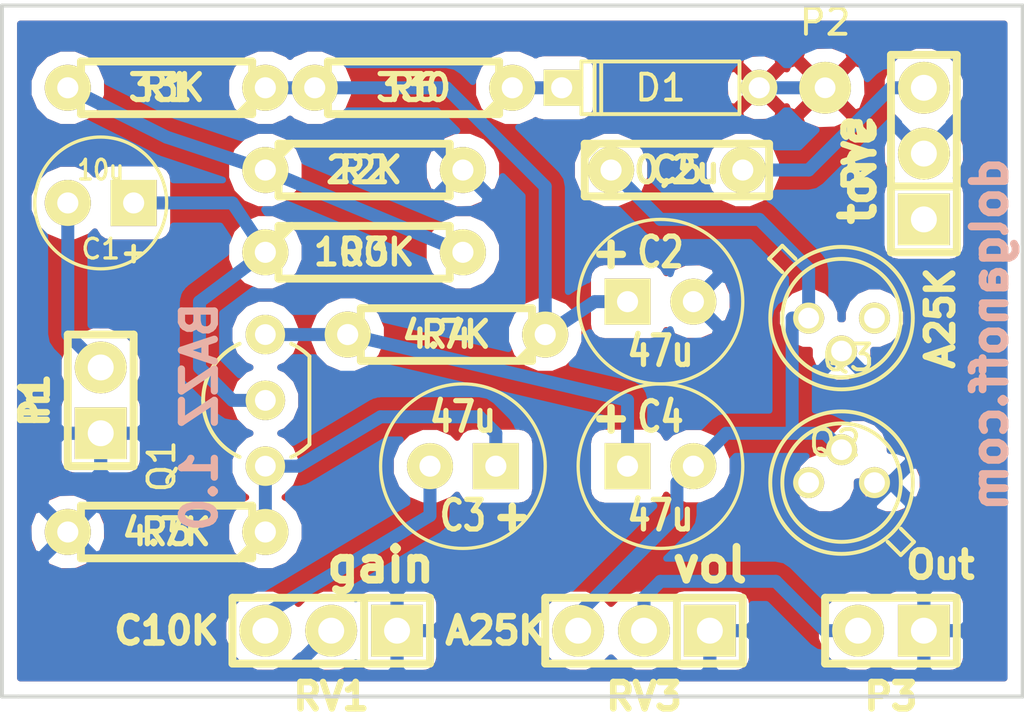
<source format=kicad_pcb>
(kicad_pcb (version 4) (host pcbnew 4.0.4+e1-6308~48~ubuntu16.04.1-stable)

  (general
    (links 31)
    (no_connects 1)
    (area 148.514999 90.094999 188.035001 116.915001)
    (thickness 1.6)
    (drawings 10)
    (tracks 55)
    (zones 0)
    (modules 21)
    (nets 14)
  )

  (page A4)
  (layers
    (0 F.Cu signal)
    (31 B.Cu signal)
    (32 B.Adhes user hide)
    (33 F.Adhes user hide)
    (34 B.Paste user)
    (35 F.Paste user)
    (36 B.SilkS user)
    (37 F.SilkS user)
    (38 B.Mask user)
    (39 F.Mask user)
    (40 Dwgs.User user hide)
    (41 Cmts.User user hide)
    (42 Eco1.User user hide)
    (43 Eco2.User user hide)
    (44 Edge.Cuts user)
    (45 Margin user hide)
    (46 B.CrtYd user hide)
    (47 F.CrtYd user hide)
    (48 B.Fab user hide)
    (49 F.Fab user hide)
  )

  (setup
    (last_trace_width 0.5)
    (trace_clearance 0.3)
    (zone_clearance 0.508)
    (zone_45_only no)
    (trace_min 0.2)
    (segment_width 0.2)
    (edge_width 0.15)
    (via_size 0.7)
    (via_drill 0.5)
    (via_min_size 0.4)
    (via_min_drill 0.3)
    (uvia_size 0.3)
    (uvia_drill 0.1)
    (uvias_allowed no)
    (uvia_min_size 0.2)
    (uvia_min_drill 0.1)
    (pcb_text_width 0.3)
    (pcb_text_size 1.5 1.5)
    (mod_edge_width 0.15)
    (mod_text_size 1 1)
    (mod_text_width 0.15)
    (pad_size 1.524 1.524)
    (pad_drill 0.762)
    (pad_to_mask_clearance 0.2)
    (aux_axis_origin 0 0)
    (visible_elements FFFDFF7F)
    (pcbplotparams
      (layerselection 0x00030_80000001)
      (usegerberextensions false)
      (excludeedgelayer true)
      (linewidth 0.100000)
      (plotframeref false)
      (viasonmask false)
      (mode 1)
      (useauxorigin false)
      (hpglpennumber 1)
      (hpglpenspeed 20)
      (hpglpendiameter 15)
      (hpglpenoverlay 2)
      (psnegative false)
      (psa4output false)
      (plotreference true)
      (plotvalue true)
      (plotinvisibletext false)
      (padsonsilk false)
      (subtractmaskfromsilk false)
      (outputformat 1)
      (mirror false)
      (drillshape 1)
      (scaleselection 1)
      (outputdirectory ""))
  )

  (net 0 "")
  (net 1 "Net-(C1-Pad1)")
  (net 2 "Net-(C1-Pad2)")
  (net 3 "Net-(C2-Pad1)")
  (net 4 GND)
  (net 5 "Net-(C3-Pad1)")
  (net 6 "Net-(C4-Pad1)")
  (net 7 "Net-(C4-Pad2)")
  (net 8 "Net-(R1-Pad2)")
  (net 9 "Net-(C3-Pad2)")
  (net 10 "Net-(C5-Pad2)")
  (net 11 "Net-(P3-Pad2)")
  (net 12 "Net-(D1-Pad2)")
  (net 13 "Net-(D1-Pad1)")

  (net_class Default "This is the default net class."
    (clearance 0.3)
    (trace_width 0.5)
    (via_dia 0.7)
    (via_drill 0.5)
    (uvia_dia 0.3)
    (uvia_drill 0.1)
    (add_net GND)
    (add_net "Net-(C1-Pad1)")
    (add_net "Net-(C1-Pad2)")
    (add_net "Net-(C2-Pad1)")
    (add_net "Net-(C3-Pad1)")
    (add_net "Net-(C3-Pad2)")
    (add_net "Net-(C4-Pad1)")
    (add_net "Net-(C4-Pad2)")
    (add_net "Net-(C5-Pad2)")
    (add_net "Net-(D1-Pad1)")
    (add_net "Net-(D1-Pad2)")
    (add_net "Net-(P3-Pad2)")
    (add_net "Net-(R1-Pad2)")
  )

  (module SIL-3-LARGE_PADS (layer F.Cu) (tedit 57FA48DE) (tstamp 57EEBE95)
    (at 173.355 114.3 180)
    (descr "Connecteur 3 pins")
    (tags "CONN DEV")
    (path /57ED8C40)
    (fp_text reference RV3 (at 0 -2.54 180) (layer F.SilkS)
      (effects (font (size 1.016 1.016) (thickness 0.254)))
    )
    (fp_text value A25K (at 5.715 0 180) (layer F.SilkS)
      (effects (font (size 1.016 1.016) (thickness 0.254)))
    )
    (fp_line (start -3.81 1.27) (end -3.81 -1.27) (layer F.SilkS) (width 0.3048))
    (fp_line (start -3.81 -1.27) (end 3.81 -1.27) (layer F.SilkS) (width 0.3048))
    (fp_line (start 3.81 -1.27) (end 3.81 1.27) (layer F.SilkS) (width 0.3048))
    (fp_line (start 3.81 1.27) (end -3.81 1.27) (layer F.SilkS) (width 0.3048))
    (fp_line (start -1.27 -1.27) (end -1.27 1.27) (layer F.SilkS) (width 0.3048))
    (pad 1 thru_hole rect (at -2.54 0 180) (size 2 2) (drill 1) (layers *.Cu *.Mask F.SilkS)
      (net 4 GND))
    (pad 2 thru_hole circle (at 0 0 180) (size 2 2) (drill 1) (layers *.Cu *.Mask F.SilkS)
      (net 11 "Net-(P3-Pad2)"))
    (pad 3 thru_hole circle (at 2.54 0 180) (size 2 2) (drill 1) (layers *.Cu *.Mask F.SilkS)
      (net 7 "Net-(C4-Pad2)"))
  )

  (module SIL-2-LARGE_PADS (layer F.Cu) (tedit 57FA47E0) (tstamp 57EEBE48)
    (at 182.88 114.3 180)
    (descr "Connecteurs 2 pins")
    (tags "CONN DEV")
    (path /57ED939F)
    (fp_text reference P3 (at 0 -2.54 180) (layer F.SilkS)
      (effects (font (size 1.016 1.016) (thickness 0.254)))
    )
    (fp_text value Out (at -1.905 2.54 180) (layer F.SilkS)
      (effects (font (size 1.016 1.016) (thickness 0.254)))
    )
    (fp_line (start -2.54 1.27) (end -2.54 -1.27) (layer F.SilkS) (width 0.3048))
    (fp_line (start -2.54 -1.27) (end 2.54 -1.27) (layer F.SilkS) (width 0.3048))
    (fp_line (start 2.54 -1.27) (end 2.54 1.27) (layer F.SilkS) (width 0.3048))
    (fp_line (start 2.54 1.27) (end -2.54 1.27) (layer F.SilkS) (width 0.3048))
    (pad 1 thru_hole rect (at -1.27 0 180) (size 2 2) (drill 1) (layers *.Cu *.Mask F.SilkS)
      (net 4 GND))
    (pad 2 thru_hole circle (at 1.27 0 180) (size 2 2) (drill 1) (layers *.Cu *.Mask F.SilkS)
      (net 11 "Net-(P3-Pad2)"))
  )

  (module Custom:C1V5-LARGE_PADS (layer F.Cu) (tedit 545FB66B) (tstamp 57EEBE1E)
    (at 152.4 97.79 180)
    (descr "Condensateur e = 1 pas")
    (tags C)
    (path /57ED83CA)
    (fp_text reference C1 (at 0 -1.778 180) (layer F.SilkS)
      (effects (font (size 0.762 0.762) (thickness 0.127)))
    )
    (fp_text value 10u (at 0 1.27 180) (layer F.SilkS)
      (effects (font (size 0.762 0.635) (thickness 0.127)))
    )
    (fp_text user + (at -1.27 -1.905 180) (layer F.SilkS)
      (effects (font (size 0.762 0.762) (thickness 0.1778)))
    )
    (fp_circle (center 0 0) (end 0.127 -2.54) (layer F.SilkS) (width 0.127))
    (pad 1 thru_hole rect (at -1.27 0 180) (size 1.778 1.778) (drill 0.8128) (layers *.Cu *.Mask F.SilkS)
      (net 1 "Net-(C1-Pad1)"))
    (pad 2 thru_hole circle (at 1.27 0 180) (size 1.778 1.778) (drill 0.8128) (layers *.Cu *.Mask F.SilkS)
      (net 2 "Net-(C1-Pad2)"))
    (model Discret.3dshapes/C1V5.wrl
      (at (xyz 0 0 0))
      (scale (xyz 1 1 1))
      (rotate (xyz 0 0 0))
    )
  )

  (module Custom:C1V7-LARGE_PADS (layer F.Cu) (tedit 545FB6F5) (tstamp 57EEBE30)
    (at 173.99 107.95)
    (path /57ED7DA5)
    (fp_text reference C4 (at 0 -1.905) (layer F.SilkS)
      (effects (font (size 1.143 0.889) (thickness 0.2032)))
    )
    (fp_text value 47u (at 0 1.905) (layer F.SilkS)
      (effects (font (size 1.143 0.889) (thickness 0.2032)))
    )
    (fp_text user + (at -1.905 -1.905) (layer F.SilkS)
      (effects (font (size 1.143 1.143) (thickness 0.28575)))
    )
    (fp_circle (center 0 0) (end 3.175 0) (layer F.SilkS) (width 0.127))
    (pad 1 thru_hole rect (at -1.27 0) (size 1.778 1.778) (drill 0.8128) (layers *.Cu *.Mask F.SilkS)
      (net 6 "Net-(C4-Pad1)"))
    (pad 2 thru_hole circle (at 1.27 0) (size 1.778 1.778) (drill 0.8128) (layers *.Cu *.Mask F.SilkS)
      (net 7 "Net-(C4-Pad2)"))
    (model Discret.3dshapes/C1V7.wrl
      (at (xyz 0 0 0))
      (scale (xyz 1 1 1))
      (rotate (xyz 0 0 0))
    )
  )

  (module Custom:C1V7-LARGE_PADS (layer F.Cu) (tedit 545FB6F5) (tstamp 57EEBE36)
    (at 166.37 107.95 180)
    (path /57ED7D7A)
    (fp_text reference C3 (at 0 -1.905 180) (layer F.SilkS)
      (effects (font (size 1.143 0.889) (thickness 0.2032)))
    )
    (fp_text value 47u (at 0 1.905 180) (layer F.SilkS)
      (effects (font (size 1.143 0.889) (thickness 0.2032)))
    )
    (fp_text user + (at -1.905 -1.905 180) (layer F.SilkS)
      (effects (font (size 1.143 1.143) (thickness 0.28575)))
    )
    (fp_circle (center 0 0) (end 3.175 0) (layer F.SilkS) (width 0.127))
    (pad 1 thru_hole rect (at -1.27 0 180) (size 1.778 1.778) (drill 0.8128) (layers *.Cu *.Mask F.SilkS)
      (net 5 "Net-(C3-Pad1)"))
    (pad 2 thru_hole circle (at 1.27 0 180) (size 1.778 1.778) (drill 0.8128) (layers *.Cu *.Mask F.SilkS)
      (net 9 "Net-(C3-Pad2)"))
    (model Discret.3dshapes/C1V7.wrl
      (at (xyz 0 0 0))
      (scale (xyz 1 1 1))
      (rotate (xyz 0 0 0))
    )
  )

  (module Custom:C2-LARGE_PADS (layer F.Cu) (tedit 544816E5) (tstamp 57EEBE3C)
    (at 174.625 96.52)
    (descr "Condensateur = 2 pas")
    (tags C)
    (path /57ED8AC6)
    (fp_text reference C5 (at 0 0) (layer F.SilkS)
      (effects (font (size 1 1) (thickness 0.2032)))
    )
    (fp_text value 0,2u (at 0 0) (layer F.SilkS)
      (effects (font (size 1 1) (thickness 0.2032)))
    )
    (fp_line (start -3.556 -1.016) (end 3.556 -1.016) (layer F.SilkS) (width 0.3048))
    (fp_line (start 3.556 -1.016) (end 3.556 1.016) (layer F.SilkS) (width 0.3048))
    (fp_line (start 3.556 1.016) (end -3.556 1.016) (layer F.SilkS) (width 0.3048))
    (fp_line (start -3.556 1.016) (end -3.556 -1.016) (layer F.SilkS) (width 0.3048))
    (fp_line (start -3.556 -0.508) (end -3.048 -1.016) (layer F.SilkS) (width 0.3048))
    (pad 1 thru_hole circle (at -2.54 0) (size 1.778 1.778) (drill 0.8128) (layers *.Cu *.Mask F.SilkS)
      (net 7 "Net-(C4-Pad2)"))
    (pad 2 thru_hole circle (at 2.54 0) (size 1.778 1.778) (drill 0.8128) (layers *.Cu *.Mask F.SilkS)
      (net 10 "Net-(C5-Pad2)"))
    (model Discret.3dshapes/C2.wrl
      (at (xyz 0 0 0))
      (scale (xyz 1 1 1))
      (rotate (xyz 0 0 0))
    )
  )

  (module TO_SOT_Packages_THT:TO-92_Inline_Wide (layer F.Cu) (tedit 57FA3F9D) (tstamp 57EEBE54)
    (at 158.75 107.95 90)
    (descr "TO-92 leads in-line, wide, drill 0.8mm (see NXP sot054_po.pdf)")
    (tags "to-92 sc-43 sc-43a sot54 PA33 transistor")
    (path /57ED7B6B)
    (fp_text reference Q1 (at 0 -4 270) (layer F.SilkS)
      (effects (font (size 1 1) (thickness 0.15)))
    )
    (fp_text value BC549C (at 2.54 -2.54 90) (layer F.Fab)
      (effects (font (size 1 1) (thickness 0.15)))
    )
    (fp_arc (start 2.54 0) (end 0.84 1.7) (angle 20.5) (layer F.SilkS) (width 0.15))
    (fp_arc (start 2.54 0) (end 4.24 1.7) (angle -20.5) (layer F.SilkS) (width 0.15))
    (fp_line (start -1 1.95) (end -1 -2.65) (layer F.CrtYd) (width 0.05))
    (fp_line (start -1 1.95) (end 6.1 1.95) (layer F.CrtYd) (width 0.05))
    (fp_line (start 0.84 1.7) (end 4.24 1.7) (layer F.SilkS) (width 0.15))
    (fp_arc (start 2.54 0) (end 2.54 -2.4) (angle -65.55604127) (layer F.SilkS) (width 0.15))
    (fp_arc (start 2.54 0) (end 2.54 -2.4) (angle 65.55604127) (layer F.SilkS) (width 0.15))
    (fp_line (start -1 -2.65) (end 6.1 -2.65) (layer F.CrtYd) (width 0.05))
    (fp_line (start 6.1 1.95) (end 6.1 -2.65) (layer F.CrtYd) (width 0.05))
    (pad 2 thru_hole circle (at 2.54 0 180) (size 1.524 1.524) (drill 0.8) (layers *.Cu *.Mask F.SilkS)
      (net 1 "Net-(C1-Pad1)"))
    (pad 3 thru_hole circle (at 5.08 0 180) (size 1.524 1.524) (drill 0.8) (layers *.Cu *.Mask F.SilkS)
      (net 6 "Net-(C4-Pad1)"))
    (pad 1 thru_hole circle (at 0 0 180) (size 1.524 1.524) (drill 0.8) (layers *.Cu *.Mask F.SilkS)
      (net 5 "Net-(C3-Pad1)"))
    (model TO_SOT_Packages_THT.3dshapes/TO-92_Inline_Wide.wrl
      (at (xyz 0.1 0 0))
      (scale (xyz 1 1 1))
      (rotate (xyz 0 0 -90))
    )
  )

  (module TO_SOT_Packages_THT:TO-18_3Pin (layer F.Cu) (tedit 57FA47D3) (tstamp 57EEBE5B)
    (at 180.975 102.235 180)
    (descr "TO-18, 3Pin,")
    (tags "TO-18, 3Pin,")
    (path /57ED8711)
    (fp_text reference Q2 (at 0.254 -4.826 180) (layer F.SilkS)
      (effects (font (size 1 1) (thickness 0.15)))
    )
    (fp_text value AC128 (at -0.635 1.905 180) (layer F.Fab)
      (effects (font (size 1 1) (thickness 0.15)))
    )
    (fp_line (start 2.794 2.286) (end 2.286 1.778) (layer F.SilkS) (width 0.15))
    (fp_line (start 1.778 2.286) (end 2.286 2.794) (layer F.SilkS) (width 0.15))
    (fp_line (start 2.286 2.794) (end 2.794 2.286) (layer F.SilkS) (width 0.15))
    (fp_circle (center 0 0) (end 2.286 0) (layer F.SilkS) (width 0.15))
    (fp_circle (center 0 0) (end 2.75 0) (layer F.SilkS) (width 0.15))
    (pad 1 thru_hole circle (at 1.27 0 180) (size 1.2 1.2) (drill 0.8) (layers *.Cu *.Mask F.SilkS)
      (net 7 "Net-(C4-Pad2)"))
    (pad 2 thru_hole circle (at 0 -1.27 180) (size 1.2 1.2) (drill 0.8) (layers *.Cu *.Mask F.SilkS)
      (net 4 GND))
    (pad 3 thru_hole circle (at -1.27 0 180) (size 1.2 1.2) (drill 0.8) (layers *.Cu *.Mask F.SilkS))
    (model TO_SOT_Packages_THT.3dshapes/TO-18_3Pin.wrl
      (at (xyz 0 0 0))
      (scale (xyz 0.3937 0.3937 0.3937))
      (rotate (xyz 0 0 0))
    )
  )

  (module TO_SOT_Packages_THT:TO-18_3Pin (layer F.Cu) (tedit 57FA47CB) (tstamp 57EEBE62)
    (at 180.975 108.585)
    (descr "TO-18, 3Pin,")
    (tags "TO-18, 3Pin,")
    (path /57ED86BE)
    (fp_text reference Q3 (at 0.254 -4.826) (layer F.SilkS)
      (effects (font (size 1 1) (thickness 0.15)))
    )
    (fp_text value AC128 (at 0 1.905) (layer F.Fab)
      (effects (font (size 1 1) (thickness 0.15)))
    )
    (fp_line (start 2.794 2.286) (end 2.286 1.778) (layer F.SilkS) (width 0.15))
    (fp_line (start 1.778 2.286) (end 2.286 2.794) (layer F.SilkS) (width 0.15))
    (fp_line (start 2.286 2.794) (end 2.794 2.286) (layer F.SilkS) (width 0.15))
    (fp_circle (center 0 0) (end 2.286 0) (layer F.SilkS) (width 0.15))
    (fp_circle (center 0 0) (end 2.75 0) (layer F.SilkS) (width 0.15))
    (pad 1 thru_hole circle (at 1.27 0) (size 1.2 1.2) (drill 0.8) (layers *.Cu *.Mask F.SilkS)
      (net 4 GND))
    (pad 2 thru_hole circle (at 0 -1.27) (size 1.2 1.2) (drill 0.8) (layers *.Cu *.Mask F.SilkS)
      (net 7 "Net-(C4-Pad2)"))
    (pad 3 thru_hole circle (at -1.27 0) (size 1.2 1.2) (drill 0.8) (layers *.Cu *.Mask F.SilkS))
    (model TO_SOT_Packages_THT.3dshapes/TO-18_3Pin.wrl
      (at (xyz 0 0 0))
      (scale (xyz 0.3937 0.3937 0.3937))
      (rotate (xyz 0 0 0))
    )
  )

  (module Custom:R3-LARGE_PADS (layer F.Cu) (tedit 544816C3) (tstamp 57EEBE68)
    (at 154.94 93.345 180)
    (descr "Resitance 3 pas")
    (tags R)
    (path /57ED7F89)
    (autoplace_cost180 10)
    (fp_text reference R1 (at 0 0 180) (layer F.SilkS)
      (effects (font (size 1 1) (thickness 0.2032)))
    )
    (fp_text value 33K (at 0 0 180) (layer F.SilkS)
      (effects (font (size 1 1) (thickness 0.2032)))
    )
    (fp_line (start -3.81 0) (end -3.302 0) (layer F.SilkS) (width 0.3048))
    (fp_line (start 3.81 0) (end 3.302 0) (layer F.SilkS) (width 0.3048))
    (fp_line (start 3.302 0) (end 3.302 -1.016) (layer F.SilkS) (width 0.3048))
    (fp_line (start 3.302 -1.016) (end -3.302 -1.016) (layer F.SilkS) (width 0.3048))
    (fp_line (start -3.302 -1.016) (end -3.302 1.016) (layer F.SilkS) (width 0.3048))
    (fp_line (start -3.302 1.016) (end 3.302 1.016) (layer F.SilkS) (width 0.3048))
    (fp_line (start 3.302 1.016) (end 3.302 0) (layer F.SilkS) (width 0.3048))
    (fp_line (start -3.302 -0.508) (end -2.794 -1.016) (layer F.SilkS) (width 0.3048))
    (pad 1 thru_hole circle (at -3.81 0 180) (size 1.778 1.778) (drill 0.8128) (layers *.Cu *.Mask F.SilkS)
      (net 3 "Net-(C2-Pad1)"))
    (pad 2 thru_hole circle (at 3.81 0 180) (size 1.778 1.778) (drill 0.8128) (layers *.Cu *.Mask F.SilkS)
      (net 8 "Net-(R1-Pad2)"))
    (model Discret.3dshapes/R3-5.wrl
      (at (xyz 0 0 0))
      (scale (xyz 0.3 0.3 0.3))
      (rotate (xyz 0 0 0))
    )
  )

  (module Custom:R3-LARGE_PADS (layer F.Cu) (tedit 544816C3) (tstamp 57EEBE6E)
    (at 162.56 96.52)
    (descr "Resitance 3 pas")
    (tags R)
    (path /57ED7FC8)
    (autoplace_cost180 10)
    (fp_text reference R2 (at 0 0) (layer F.SilkS)
      (effects (font (size 1 1) (thickness 0.2032)))
    )
    (fp_text value 22K (at 0 0) (layer F.SilkS)
      (effects (font (size 1 1) (thickness 0.2032)))
    )
    (fp_line (start -3.81 0) (end -3.302 0) (layer F.SilkS) (width 0.3048))
    (fp_line (start 3.81 0) (end 3.302 0) (layer F.SilkS) (width 0.3048))
    (fp_line (start 3.302 0) (end 3.302 -1.016) (layer F.SilkS) (width 0.3048))
    (fp_line (start 3.302 -1.016) (end -3.302 -1.016) (layer F.SilkS) (width 0.3048))
    (fp_line (start -3.302 -1.016) (end -3.302 1.016) (layer F.SilkS) (width 0.3048))
    (fp_line (start -3.302 1.016) (end 3.302 1.016) (layer F.SilkS) (width 0.3048))
    (fp_line (start 3.302 1.016) (end 3.302 0) (layer F.SilkS) (width 0.3048))
    (fp_line (start -3.302 -0.508) (end -2.794 -1.016) (layer F.SilkS) (width 0.3048))
    (pad 1 thru_hole circle (at -3.81 0) (size 1.778 1.778) (drill 0.8128) (layers *.Cu *.Mask F.SilkS)
      (net 8 "Net-(R1-Pad2)"))
    (pad 2 thru_hole circle (at 3.81 0) (size 1.778 1.778) (drill 0.8128) (layers *.Cu *.Mask F.SilkS)
      (net 4 GND))
    (model Discret.3dshapes/R3-5.wrl
      (at (xyz 0 0 0))
      (scale (xyz 0.3 0.3 0.3))
      (rotate (xyz 0 0 0))
    )
  )

  (module Custom:R3-LARGE_PADS (layer F.Cu) (tedit 544816C3) (tstamp 57EEBE74)
    (at 162.56 99.695)
    (descr "Resitance 3 pas")
    (tags R)
    (path /57ED7ED7)
    (autoplace_cost180 10)
    (fp_text reference R3 (at 0 0) (layer F.SilkS)
      (effects (font (size 1 1) (thickness 0.2032)))
    )
    (fp_text value 100K (at 0 0) (layer F.SilkS)
      (effects (font (size 1 1) (thickness 0.2032)))
    )
    (fp_line (start -3.81 0) (end -3.302 0) (layer F.SilkS) (width 0.3048))
    (fp_line (start 3.81 0) (end 3.302 0) (layer F.SilkS) (width 0.3048))
    (fp_line (start 3.302 0) (end 3.302 -1.016) (layer F.SilkS) (width 0.3048))
    (fp_line (start 3.302 -1.016) (end -3.302 -1.016) (layer F.SilkS) (width 0.3048))
    (fp_line (start -3.302 -1.016) (end -3.302 1.016) (layer F.SilkS) (width 0.3048))
    (fp_line (start -3.302 1.016) (end 3.302 1.016) (layer F.SilkS) (width 0.3048))
    (fp_line (start 3.302 1.016) (end 3.302 0) (layer F.SilkS) (width 0.3048))
    (fp_line (start -3.302 -0.508) (end -2.794 -1.016) (layer F.SilkS) (width 0.3048))
    (pad 1 thru_hole circle (at -3.81 0) (size 1.778 1.778) (drill 0.8128) (layers *.Cu *.Mask F.SilkS)
      (net 1 "Net-(C1-Pad1)"))
    (pad 2 thru_hole circle (at 3.81 0) (size 1.778 1.778) (drill 0.8128) (layers *.Cu *.Mask F.SilkS)
      (net 8 "Net-(R1-Pad2)"))
    (model Discret.3dshapes/R3-5.wrl
      (at (xyz 0 0 0))
      (scale (xyz 0.3 0.3 0.3))
      (rotate (xyz 0 0 0))
    )
  )

  (module Custom:R3-LARGE_PADS (layer F.Cu) (tedit 544816C3) (tstamp 57EEBE7A)
    (at 165.735 102.87 180)
    (descr "Resitance 3 pas")
    (tags R)
    (path /57ED7BD5)
    (autoplace_cost180 10)
    (fp_text reference R4 (at 0 0 180) (layer F.SilkS)
      (effects (font (size 1 1) (thickness 0.2032)))
    )
    (fp_text value 4.7K (at 0 0 180) (layer F.SilkS)
      (effects (font (size 1 1) (thickness 0.2032)))
    )
    (fp_line (start -3.81 0) (end -3.302 0) (layer F.SilkS) (width 0.3048))
    (fp_line (start 3.81 0) (end 3.302 0) (layer F.SilkS) (width 0.3048))
    (fp_line (start 3.302 0) (end 3.302 -1.016) (layer F.SilkS) (width 0.3048))
    (fp_line (start 3.302 -1.016) (end -3.302 -1.016) (layer F.SilkS) (width 0.3048))
    (fp_line (start -3.302 -1.016) (end -3.302 1.016) (layer F.SilkS) (width 0.3048))
    (fp_line (start -3.302 1.016) (end 3.302 1.016) (layer F.SilkS) (width 0.3048))
    (fp_line (start 3.302 1.016) (end 3.302 0) (layer F.SilkS) (width 0.3048))
    (fp_line (start -3.302 -0.508) (end -2.794 -1.016) (layer F.SilkS) (width 0.3048))
    (pad 1 thru_hole circle (at -3.81 0 180) (size 1.778 1.778) (drill 0.8128) (layers *.Cu *.Mask F.SilkS)
      (net 3 "Net-(C2-Pad1)"))
    (pad 2 thru_hole circle (at 3.81 0 180) (size 1.778 1.778) (drill 0.8128) (layers *.Cu *.Mask F.SilkS)
      (net 6 "Net-(C4-Pad1)"))
    (model Discret.3dshapes/R3-5.wrl
      (at (xyz 0 0 0))
      (scale (xyz 0.3 0.3 0.3))
      (rotate (xyz 0 0 0))
    )
  )

  (module Custom:R3-LARGE_PADS (layer F.Cu) (tedit 544816C3) (tstamp 57EEBE80)
    (at 164.465 93.345 180)
    (descr "Resitance 3 pas")
    (tags R)
    (path /57ED830F)
    (autoplace_cost180 10)
    (fp_text reference R6 (at 0 0 180) (layer F.SilkS)
      (effects (font (size 1 1) (thickness 0.2032)))
    )
    (fp_text value 330 (at 0 0 180) (layer F.SilkS)
      (effects (font (size 1 1) (thickness 0.2032)))
    )
    (fp_line (start -3.81 0) (end -3.302 0) (layer F.SilkS) (width 0.3048))
    (fp_line (start 3.81 0) (end 3.302 0) (layer F.SilkS) (width 0.3048))
    (fp_line (start 3.302 0) (end 3.302 -1.016) (layer F.SilkS) (width 0.3048))
    (fp_line (start 3.302 -1.016) (end -3.302 -1.016) (layer F.SilkS) (width 0.3048))
    (fp_line (start -3.302 -1.016) (end -3.302 1.016) (layer F.SilkS) (width 0.3048))
    (fp_line (start -3.302 1.016) (end 3.302 1.016) (layer F.SilkS) (width 0.3048))
    (fp_line (start 3.302 1.016) (end 3.302 0) (layer F.SilkS) (width 0.3048))
    (fp_line (start -3.302 -0.508) (end -2.794 -1.016) (layer F.SilkS) (width 0.3048))
    (pad 1 thru_hole circle (at -3.81 0 180) (size 1.778 1.778) (drill 0.8128) (layers *.Cu *.Mask F.SilkS)
      (net 13 "Net-(D1-Pad1)"))
    (pad 2 thru_hole circle (at 3.81 0 180) (size 1.778 1.778) (drill 0.8128) (layers *.Cu *.Mask F.SilkS)
      (net 3 "Net-(C2-Pad1)"))
    (model Discret.3dshapes/R3-5.wrl
      (at (xyz 0 0 0))
      (scale (xyz 0.3 0.3 0.3))
      (rotate (xyz 0 0 0))
    )
  )

  (module Wire_Pads:SolderWirePad_single_0-8mmDrill (layer F.Cu) (tedit 57FA40DF) (tstamp 57EEC1DB)
    (at 180.34 93.345)
    (path /57ED9AC3)
    (fp_text reference P2 (at 0 -2.54) (layer F.SilkS)
      (effects (font (size 1 1) (thickness 0.15)))
    )
    (fp_text value +9V (at 0 -1.905) (layer F.Fab)
      (effects (font (size 1 1) (thickness 0.15)))
    )
    (pad 1 thru_hole circle (at 0 0) (size 1.99898 1.99898) (drill 0.8001) (layers *.Cu *.Mask F.SilkS)
      (net 12 "Net-(D1-Pad2)"))
  )

  (module Custom:R3-LARGE_PADS (layer F.Cu) (tedit 544816C3) (tstamp 57F972CB)
    (at 154.94 110.49 180)
    (descr "Resitance 3 pas")
    (tags R)
    (path /57F9756A)
    (autoplace_cost180 10)
    (fp_text reference R5 (at 0 0 180) (layer F.SilkS)
      (effects (font (size 1 1) (thickness 0.2032)))
    )
    (fp_text value 4.7K (at 0 0 180) (layer F.SilkS)
      (effects (font (size 1 1) (thickness 0.2032)))
    )
    (fp_line (start -3.81 0) (end -3.302 0) (layer F.SilkS) (width 0.3048))
    (fp_line (start 3.81 0) (end 3.302 0) (layer F.SilkS) (width 0.3048))
    (fp_line (start 3.302 0) (end 3.302 -1.016) (layer F.SilkS) (width 0.3048))
    (fp_line (start 3.302 -1.016) (end -3.302 -1.016) (layer F.SilkS) (width 0.3048))
    (fp_line (start -3.302 -1.016) (end -3.302 1.016) (layer F.SilkS) (width 0.3048))
    (fp_line (start -3.302 1.016) (end 3.302 1.016) (layer F.SilkS) (width 0.3048))
    (fp_line (start 3.302 1.016) (end 3.302 0) (layer F.SilkS) (width 0.3048))
    (fp_line (start -3.302 -0.508) (end -2.794 -1.016) (layer F.SilkS) (width 0.3048))
    (pad 1 thru_hole circle (at -3.81 0 180) (size 1.778 1.778) (drill 0.8128) (layers *.Cu *.Mask F.SilkS)
      (net 5 "Net-(C3-Pad1)"))
    (pad 2 thru_hole circle (at 3.81 0 180) (size 1.778 1.778) (drill 0.8128) (layers *.Cu *.Mask F.SilkS)
      (net 4 GND))
    (model Discret.3dshapes/R3-5.wrl
      (at (xyz 0 0 0))
      (scale (xyz 0.3 0.3 0.3))
      (rotate (xyz 0 0 0))
    )
  )

  (module Discret:D3 (layer F.Cu) (tedit 0) (tstamp 57FA2064)
    (at 173.99 93.345 180)
    (descr "Diode 3 pas")
    (tags "DIODE DEV")
    (path /57F9822D)
    (fp_text reference D1 (at 0 0 180) (layer F.SilkS)
      (effects (font (size 1 1) (thickness 0.15)))
    )
    (fp_text value 1n5819 (at 0 0 180) (layer F.Fab)
      (effects (font (size 1 1) (thickness 0.15)))
    )
    (fp_line (start 3.81 0) (end 3.048 0) (layer F.SilkS) (width 0.15))
    (fp_line (start 3.048 0) (end 3.048 -1.016) (layer F.SilkS) (width 0.15))
    (fp_line (start 3.048 -1.016) (end -3.048 -1.016) (layer F.SilkS) (width 0.15))
    (fp_line (start -3.048 -1.016) (end -3.048 0) (layer F.SilkS) (width 0.15))
    (fp_line (start -3.048 0) (end -3.81 0) (layer F.SilkS) (width 0.15))
    (fp_line (start -3.048 0) (end -3.048 1.016) (layer F.SilkS) (width 0.15))
    (fp_line (start -3.048 1.016) (end 3.048 1.016) (layer F.SilkS) (width 0.15))
    (fp_line (start 3.048 1.016) (end 3.048 0) (layer F.SilkS) (width 0.15))
    (fp_line (start 2.54 -1.016) (end 2.54 1.016) (layer F.SilkS) (width 0.15))
    (fp_line (start 2.286 1.016) (end 2.286 -1.016) (layer F.SilkS) (width 0.15))
    (pad 1 thru_hole rect (at 3.81 0 180) (size 1.397 1.397) (drill 0.8128) (layers *.Cu *.Mask F.SilkS)
      (net 13 "Net-(D1-Pad1)"))
    (pad 2 thru_hole circle (at -3.81 0 180) (size 1.397 1.397) (drill 0.8128) (layers *.Cu *.Mask F.SilkS)
      (net 12 "Net-(D1-Pad2)"))
    (model Discret.3dshapes/D3.wrl
      (at (xyz 0 0 0))
      (scale (xyz 0.3 0.3 0.3))
      (rotate (xyz 0 0 0))
    )
  )

  (module Custom:C1V7-LARGE_PADS (layer F.Cu) (tedit 545FB6F5) (tstamp 57FA206A)
    (at 173.99 101.6)
    (path /57FA216E)
    (fp_text reference C2 (at 0 -1.905) (layer F.SilkS)
      (effects (font (size 1.143 0.889) (thickness 0.2032)))
    )
    (fp_text value 47u (at 0 1.905) (layer F.SilkS)
      (effects (font (size 1.143 0.889) (thickness 0.2032)))
    )
    (fp_text user + (at -1.905 -1.905) (layer F.SilkS)
      (effects (font (size 1.143 1.143) (thickness 0.28575)))
    )
    (fp_circle (center 0 0) (end 3.175 0) (layer F.SilkS) (width 0.127))
    (pad 1 thru_hole rect (at -1.27 0) (size 1.778 1.778) (drill 0.8128) (layers *.Cu *.Mask F.SilkS)
      (net 3 "Net-(C2-Pad1)"))
    (pad 2 thru_hole circle (at 1.27 0) (size 1.778 1.778) (drill 0.8128) (layers *.Cu *.Mask F.SilkS)
      (net 4 GND))
    (model Discret.3dshapes/C1V7.wrl
      (at (xyz 0 0 0))
      (scale (xyz 1 1 1))
      (rotate (xyz 0 0 0))
    )
  )

  (module Custom:SIL-2-LARGE_PADS (layer F.Cu) (tedit 57FA4752) (tstamp 57EEBE42)
    (at 152.4 105.41 90)
    (descr "Connecteurs 2 pins")
    (tags "CONN DEV")
    (path /57ED94D3)
    (fp_text reference P1 (at 0 -2.54 90) (layer F.SilkS)
      (effects (font (size 1.016 1.016) (thickness 0.254)))
    )
    (fp_text value In (at 0 -2.54 90) (layer F.SilkS)
      (effects (font (size 1.016 1.016) (thickness 0.254)))
    )
    (fp_line (start -2.54 1.27) (end -2.54 -1.27) (layer F.SilkS) (width 0.3048))
    (fp_line (start -2.54 -1.27) (end 2.54 -1.27) (layer F.SilkS) (width 0.3048))
    (fp_line (start 2.54 -1.27) (end 2.54 1.27) (layer F.SilkS) (width 0.3048))
    (fp_line (start 2.54 1.27) (end -2.54 1.27) (layer F.SilkS) (width 0.3048))
    (pad 1 thru_hole rect (at -1.27 0 90) (size 2 2) (drill 1) (layers *.Cu *.Mask F.SilkS)
      (net 4 GND))
    (pad 2 thru_hole circle (at 1.27 0 90) (size 2 2) (drill 1) (layers *.Cu *.Mask F.SilkS)
      (net 2 "Net-(C1-Pad2)"))
  )

  (module Custom:SIL-3-LARGE_PADS (layer F.Cu) (tedit 57FA6F6E) (tstamp 57EEBE8E)
    (at 184.15 95.885 90)
    (descr "Connecteur 3 pins")
    (tags "CONN DEV")
    (path /57ED8A65)
    (fp_text reference RV2 (at 0 -2.54 90) (layer F.SilkS)
      (effects (font (size 1.016 1.016) (thickness 0.254)))
    )
    (fp_text value A25K (at -6.35 0.635 90) (layer F.SilkS)
      (effects (font (size 1.016 1.016) (thickness 0.254)))
    )
    (fp_line (start -3.81 1.27) (end -3.81 -1.27) (layer F.SilkS) (width 0.3048))
    (fp_line (start -3.81 -1.27) (end 3.81 -1.27) (layer F.SilkS) (width 0.3048))
    (fp_line (start 3.81 -1.27) (end 3.81 1.27) (layer F.SilkS) (width 0.3048))
    (fp_line (start 3.81 1.27) (end -3.81 1.27) (layer F.SilkS) (width 0.3048))
    (fp_line (start -1.27 -1.27) (end -1.27 1.27) (layer F.SilkS) (width 0.3048))
    (pad 1 thru_hole rect (at -2.54 0 90) (size 2 2) (drill 1) (layers *.Cu *.Mask F.SilkS))
    (pad 2 thru_hole circle (at 0 0 90) (size 2 2) (drill 1) (layers *.Cu *.Mask F.SilkS)
      (net 4 GND))
    (pad 3 thru_hole circle (at 2.54 0 90) (size 2 2) (drill 1) (layers *.Cu *.Mask F.SilkS)
      (net 10 "Net-(C5-Pad2)"))
  )

  (module Custom:SIL-3-LARGE_PADS (layer F.Cu) (tedit 57FA482B) (tstamp 57EEBE87)
    (at 161.29 114.3 180)
    (descr "Connecteur 3 pins")
    (tags "CONN DEV")
    (path /57ED7CBF)
    (fp_text reference RV1 (at 0 -2.54 180) (layer F.SilkS)
      (effects (font (size 1.016 1.016) (thickness 0.254)))
    )
    (fp_text value C10K (at 6.35 0 180) (layer F.SilkS)
      (effects (font (size 1.016 1.016) (thickness 0.254)))
    )
    (fp_line (start -3.81 1.27) (end -3.81 -1.27) (layer F.SilkS) (width 0.3048))
    (fp_line (start -3.81 -1.27) (end 3.81 -1.27) (layer F.SilkS) (width 0.3048))
    (fp_line (start 3.81 -1.27) (end 3.81 1.27) (layer F.SilkS) (width 0.3048))
    (fp_line (start 3.81 1.27) (end -3.81 1.27) (layer F.SilkS) (width 0.3048))
    (fp_line (start -1.27 -1.27) (end -1.27 1.27) (layer F.SilkS) (width 0.3048))
    (pad 1 thru_hole rect (at -2.54 0 180) (size 2 2) (drill 1) (layers *.Cu *.Mask F.SilkS)
      (net 4 GND))
    (pad 2 thru_hole circle (at 0 0 180) (size 2 2) (drill 1) (layers *.Cu *.Mask F.SilkS)
      (net 4 GND))
    (pad 3 thru_hole circle (at 2.54 0 180) (size 2 2) (drill 1) (layers *.Cu *.Mask F.SilkS)
      (net 9 "Net-(C3-Pad2)"))
  )

  (gr_text "BAZZ 1.0" (at 156.21 106.045 90) (layer B.SilkS)
    (effects (font (size 1.27 1.27) (thickness 0.2794)) (justify mirror))
  )
  (gr_text dolganoff.com (at 186.69 102.87 90) (layer B.SilkS)
    (effects (font (size 1.27 1.27) (thickness 0.3)) (justify mirror))
  )
  (gr_text tone (at 181.61 96.52 90) (layer F.SilkS)
    (effects (font (size 1.27 1.27) (thickness 0.3)))
  )
  (gr_line (start 149.225 116.84) (end 187.96 116.84) (angle 90) (layer Edge.Cuts) (width 0.15))
  (gr_line (start 187.96 90.17) (end 148.59 90.17) (angle 90) (layer Edge.Cuts) (width 0.15))
  (gr_line (start 187.96 90.17) (end 187.96 116.84) (angle 90) (layer Edge.Cuts) (width 0.15))
  (gr_text vol (at 175.895 111.76) (layer F.SilkS)
    (effects (font (size 1.27 1.27) (thickness 0.3)))
  )
  (gr_text gain (at 163.195 111.76) (layer F.SilkS)
    (effects (font (size 1.27 1.27) (thickness 0.3)))
  )
  (gr_line (start 148.59 116.84) (end 149.225 116.84) (angle 90) (layer Edge.Cuts) (width 0.15))
  (gr_line (start 148.59 90.17) (end 148.59 116.84) (angle 90) (layer Edge.Cuts) (width 0.15))

  (segment (start 158.75 105.41) (end 157.48 105.41) (width 0.5) (layer B.Cu) (net 1))
  (segment (start 156.21 101.6) (end 158.75 99.695) (width 0.5) (layer B.Cu) (net 1) (tstamp 57EECEEA) (status 20))
  (segment (start 156.21 104.14) (end 156.21 101.6) (width 0.5) (layer B.Cu) (net 1) (tstamp 57EECEE9))
  (segment (start 157.48 105.41) (end 156.21 104.14) (width 0.5) (layer B.Cu) (net 1) (tstamp 57EECEE8))
  (segment (start 158.75 99.695) (end 157.48 97.79) (width 0.5) (layer B.Cu) (net 1) (status 80010))
  (segment (start 157.48 97.79) (end 153.67 97.79) (width 0.5) (layer B.Cu) (net 1) (status 80000))
  (segment (start 152.4 104.14) (end 151.13 102.87) (width 0.5) (layer B.Cu) (net 2))
  (segment (start 151.13 102.87) (end 151.13 97.79) (width 0.5) (layer B.Cu) (net 2) (tstamp 57EECF10))
  (segment (start 172.72 101.6) (end 171.45 101.6) (width 0.5) (layer B.Cu) (net 3) (status 10))
  (segment (start 171.45 101.6) (end 169.545 102.87) (width 0.5) (layer B.Cu) (net 3) (tstamp 57FA3D76) (status 20))
  (segment (start 169.545 102.87) (end 169.545 97.155) (width 0.5) (layer B.Cu) (net 3) (status 10))
  (segment (start 165.735 93.345) (end 160.655 93.345) (width 0.5) (layer B.Cu) (net 3) (tstamp 57FA3D2B) (status 20))
  (segment (start 169.545 97.155) (end 165.735 93.345) (width 0.5) (layer B.Cu) (net 3) (tstamp 57FA3D29))
  (segment (start 158.75 93.345) (end 160.655 93.345) (width 0.5) (layer B.Cu) (net 3) (status 20))
  (segment (start 158.75 110.49) (end 158.75 107.95) (width 0.5) (layer B.Cu) (net 5) (status 10))
  (segment (start 158.75 107.95) (end 160.02 107.95) (width 0.5) (layer B.Cu) (net 5))
  (segment (start 167.64 106.68) (end 167.64 107.95) (width 0.5) (layer B.Cu) (net 5) (tstamp 57FA3A29))
  (segment (start 167.005 106.045) (end 167.64 106.68) (width 0.5) (layer B.Cu) (net 5) (tstamp 57FA3A25))
  (segment (start 163.195 106.045) (end 167.005 106.045) (width 0.5) (layer B.Cu) (net 5) (tstamp 57FA3A23))
  (segment (start 160.02 107.95) (end 163.195 106.045) (width 0.5) (layer B.Cu) (net 5) (tstamp 57FA3A1D))
  (segment (start 172.72 107.95) (end 172.72 105.41) (width 0.5) (layer B.Cu) (net 6))
  (segment (start 172.72 105.41) (end 161.925 102.87) (width 0.5) (layer B.Cu) (net 6) (tstamp 57EECEEF) (status 20))
  (segment (start 158.75 102.87) (end 161.925 102.87) (width 0.5) (layer B.Cu) (net 6) (status 80020))
  (segment (start 179.705 102.235) (end 179.705 100.33) (width 0.5) (layer B.Cu) (net 7))
  (segment (start 173.99 98.425) (end 172.085 96.52) (width 0.5) (layer B.Cu) (net 7) (tstamp 57FA4B99))
  (segment (start 177.8 98.425) (end 173.99 98.425) (width 0.5) (layer B.Cu) (net 7) (tstamp 57FA4B96))
  (segment (start 179.705 100.33) (end 177.8 98.425) (width 0.5) (layer B.Cu) (net 7) (tstamp 57FA4B94))
  (segment (start 170.815 114.3) (end 170.815 113.665) (width 0.5) (layer B.Cu) (net 7))
  (segment (start 170.815 113.665) (end 174.625 109.855) (width 0.5) (layer B.Cu) (net 7) (tstamp 57FA4B4A))
  (segment (start 174.625 109.855) (end 174.625 108.585) (width 0.5) (layer B.Cu) (net 7) (tstamp 57FA4B4D))
  (segment (start 174.625 108.585) (end 175.26 107.95) (width 0.5) (layer B.Cu) (net 7) (tstamp 57FA4B4F))
  (segment (start 179.07 102.235) (end 179.07 106.68) (width 0.5) (layer B.Cu) (net 7))
  (segment (start 179.705 102.235) (end 179.07 102.235) (width 0.5) (layer B.Cu) (net 7))
  (segment (start 175.26 107.95) (end 176.53 106.68) (width 0.5) (layer B.Cu) (net 7))
  (segment (start 176.53 106.68) (end 179.07 106.68) (width 0.5) (layer B.Cu) (net 7) (tstamp 57EECF23))
  (segment (start 180.34 106.68) (end 180.975 107.315) (width 0.5) (layer B.Cu) (net 7) (tstamp 57EECF26) (status 20))
  (segment (start 179.07 106.68) (end 180.34 106.68) (width 0.5) (layer B.Cu) (net 7) (tstamp 57FA4AFC))
  (segment (start 158.75 96.52) (end 154.94 95.25) (width 0.5) (layer B.Cu) (net 8) (status 10))
  (segment (start 154.94 95.25) (end 151.13 93.345) (width 0.5) (layer B.Cu) (net 8) (tstamp 57FA39D0) (status 20))
  (segment (start 158.75 96.52) (end 166.37 99.695) (width 0.5) (layer B.Cu) (net 8) (status 10))
  (segment (start 158.75 114.3) (end 158.75 113.665) (width 0.5) (layer B.Cu) (net 9) (status 30))
  (segment (start 158.75 113.665) (end 165.1 109.855) (width 0.5) (layer B.Cu) (net 9) (tstamp 57FA3FB1) (status 10))
  (segment (start 165.1 109.855) (end 165.1 107.95) (width 0.5) (layer B.Cu) (net 9) (tstamp 57FA3FB6))
  (segment (start 177.165 96.52) (end 179.705 96.52) (width 0.5) (layer B.Cu) (net 10))
  (segment (start 182.88 93.345) (end 184.15 93.345) (width 0.5) (layer B.Cu) (net 10) (tstamp 57FA4AAB))
  (segment (start 179.705 96.52) (end 182.88 93.345) (width 0.5) (layer B.Cu) (net 10) (tstamp 57FA4AA9))
  (segment (start 184.15 93.345) (end 183.515 93.345) (width 0.5) (layer B.Cu) (net 10) (status 30))
  (segment (start 177.165 96.52) (end 177.165 96.52) (width 0.5) (layer B.Cu) (net 10) (status 30))
  (segment (start 181.61 114.3) (end 180.34 114.3) (width 0.5) (layer B.Cu) (net 11))
  (segment (start 173.355 113.03) (end 173.355 114.3) (width 0.5) (layer B.Cu) (net 11) (tstamp 57FA4B46))
  (segment (start 173.99 112.395) (end 173.355 113.03) (width 0.5) (layer B.Cu) (net 11) (tstamp 57FA4B45))
  (segment (start 178.435 112.395) (end 173.99 112.395) (width 0.5) (layer B.Cu) (net 11) (tstamp 57FA4B44))
  (segment (start 180.34 114.3) (end 178.435 112.395) (width 0.5) (layer B.Cu) (net 11) (tstamp 57FA4B43))
  (segment (start 177.8 93.345) (end 180.34 93.345) (width 0.5) (layer B.Cu) (net 12) (status 20))
  (segment (start 168.275 93.345) (end 170.18 93.345) (width 0.5) (layer B.Cu) (net 13) (status 20))

  (zone (net 4) (net_name GND) (layer B.Cu) (tstamp 57FA6F15) (hatch edge 0.508)
    (connect_pads (clearance 0.508))
    (min_thickness 0.254)
    (fill yes (arc_segments 16) (thermal_gap 0.508) (thermal_bridge_width 0.508))
    (polygon
      (pts
        (xy 148.59 90.17) (xy 187.96 90.17) (xy 187.96 116.84) (xy 148.59 116.84)
      )
    )
    (filled_polygon
      (pts
        (xy 187.25 116.13) (xy 149.3 116.13) (xy 149.3 111.562196) (xy 150.237409 111.562196) (xy 150.322467 111.817539)
        (xy 150.891965 112.025516) (xy 151.4977 111.999723) (xy 151.937533 111.817539) (xy 152.022591 111.562196) (xy 151.13 110.669605)
        (xy 150.237409 111.562196) (xy 149.3 111.562196) (xy 149.3 110.251965) (xy 149.594484 110.251965) (xy 149.620277 110.8577)
        (xy 149.802461 111.297533) (xy 150.057804 111.382591) (xy 150.950395 110.49) (xy 151.309605 110.49) (xy 152.202196 111.382591)
        (xy 152.457539 111.297533) (xy 152.665516 110.728035) (xy 152.639723 110.1223) (xy 152.457539 109.682467) (xy 152.202196 109.597409)
        (xy 151.309605 110.49) (xy 150.950395 110.49) (xy 150.057804 109.597409) (xy 149.802461 109.682467) (xy 149.594484 110.251965)
        (xy 149.3 110.251965) (xy 149.3 109.417804) (xy 150.237409 109.417804) (xy 151.13 110.310395) (xy 152.022591 109.417804)
        (xy 151.937533 109.162461) (xy 151.368035 108.954484) (xy 150.7623 108.980277) (xy 150.322467 109.162461) (xy 150.237409 109.417804)
        (xy 149.3 109.417804) (xy 149.3 106.96575) (xy 150.765 106.96575) (xy 150.765 107.806309) (xy 150.861673 108.039698)
        (xy 151.040301 108.218327) (xy 151.27369 108.315) (xy 152.11425 108.315) (xy 152.273 108.15625) (xy 152.273 106.807)
        (xy 152.527 106.807) (xy 152.527 108.15625) (xy 152.68575 108.315) (xy 153.52631 108.315) (xy 153.759699 108.218327)
        (xy 153.938327 108.039698) (xy 154.035 107.806309) (xy 154.035 106.96575) (xy 153.87625 106.807) (xy 152.527 106.807)
        (xy 152.273 106.807) (xy 150.92375 106.807) (xy 150.765 106.96575) (xy 149.3 106.96575) (xy 149.3 93.646812)
        (xy 149.605736 93.646812) (xy 149.837262 94.207149) (xy 150.265596 94.636231) (xy 150.825528 94.868735) (xy 151.431812 94.869264)
        (xy 151.852204 94.695562) (xy 154.544216 96.041568) (xy 154.605202 96.058269) (xy 154.660138 96.089585) (xy 157.106384 96.905)
        (xy 155.20644 96.905) (xy 155.20644 96.901) (xy 155.162162 96.665683) (xy 155.02309 96.449559) (xy 154.81089 96.304569)
        (xy 154.559 96.25356) (xy 152.781 96.25356) (xy 152.545683 96.297838) (xy 152.329559 96.43691) (xy 152.184569 96.64911)
        (xy 152.177809 96.682494) (xy 151.994404 96.498769) (xy 151.434472 96.266265) (xy 150.828188 96.265736) (xy 150.267851 96.497262)
        (xy 149.838769 96.925596) (xy 149.606265 97.485528) (xy 149.605736 98.091812) (xy 149.837262 98.652149) (xy 150.245 99.060599)
        (xy 150.245 102.869995) (xy 150.244999 102.87) (xy 150.281328 103.052633) (xy 150.312367 103.208675) (xy 150.414087 103.36091)
        (xy 150.50421 103.49579) (xy 150.781858 103.773438) (xy 150.765284 103.813352) (xy 150.764716 104.463795) (xy 151.013106 105.064943)
        (xy 151.075251 105.127196) (xy 151.040301 105.141673) (xy 150.861673 105.320302) (xy 150.765 105.553691) (xy 150.765 106.39425)
        (xy 150.92375 106.553) (xy 152.273 106.553) (xy 152.273 106.533) (xy 152.527 106.533) (xy 152.527 106.553)
        (xy 153.87625 106.553) (xy 154.035 106.39425) (xy 154.035 105.553691) (xy 153.938327 105.320302) (xy 153.759699 105.141673)
        (xy 153.725167 105.127369) (xy 153.785278 105.067363) (xy 154.034716 104.466648) (xy 154.035284 103.816205) (xy 153.786894 103.215057)
        (xy 153.327363 102.754722) (xy 152.726648 102.505284) (xy 152.076205 102.504716) (xy 152.033812 102.522232) (xy 152.015 102.50342)
        (xy 152.015 99.059927) (xy 152.175154 98.900052) (xy 152.177838 98.914317) (xy 152.31691 99.130441) (xy 152.52911 99.275431)
        (xy 152.781 99.32644) (xy 154.559 99.32644) (xy 154.794317 99.282162) (xy 155.010441 99.14309) (xy 155.155431 98.93089)
        (xy 155.20644 98.679) (xy 155.20644 98.675) (xy 157.006362 98.675) (xy 157.324946 99.152877) (xy 157.226265 99.390528)
        (xy 157.225967 99.731775) (xy 155.679 100.892) (xy 155.636789 100.939078) (xy 155.58421 100.97421) (xy 155.522557 101.066481)
        (xy 155.44848 101.149099) (xy 155.427497 101.208749) (xy 155.392367 101.261325) (xy 155.370719 101.370157) (xy 155.333894 101.474842)
        (xy 155.337336 101.537984) (xy 155.325 101.6) (xy 155.325 104.139995) (xy 155.324999 104.14) (xy 155.38119 104.422484)
        (xy 155.392367 104.478675) (xy 155.534686 104.691672) (xy 155.58421 104.76579) (xy 156.854208 106.035787) (xy 156.85421 106.03579)
        (xy 157.043824 106.162485) (xy 157.141325 106.227633) (xy 157.48 106.295001) (xy 157.480005 106.295) (xy 157.659522 106.295)
        (xy 157.95763 106.593629) (xy 158.165512 106.679949) (xy 157.959697 106.76499) (xy 157.566371 107.15763) (xy 157.353243 107.6709)
        (xy 157.352758 108.226661) (xy 157.56499 108.740303) (xy 157.865 109.040837) (xy 157.865 109.220073) (xy 157.458769 109.625596)
        (xy 157.226265 110.185528) (xy 157.225736 110.791812) (xy 157.457262 111.352149) (xy 157.885596 111.781231) (xy 158.445528 112.013735)
        (xy 159.051812 112.014264) (xy 159.612149 111.782738) (xy 160.041231 111.354404) (xy 160.273735 110.794472) (xy 160.274264 110.188188)
        (xy 160.042738 109.627851) (xy 159.635 109.219401) (xy 159.635 109.040478) (xy 159.840837 108.835) (xy 160.02 108.835)
        (xy 160.084536 108.822163) (xy 160.150257 108.825361) (xy 160.252328 108.788787) (xy 160.358675 108.767633) (xy 160.413386 108.731076)
        (xy 160.475329 108.708881) (xy 163.44013 106.93) (xy 163.964637 106.93) (xy 163.808769 107.085596) (xy 163.576265 107.645528)
        (xy 163.575736 108.251812) (xy 163.807262 108.812149) (xy 164.215 109.220599) (xy 164.215 109.353922) (xy 158.696616 112.664952)
        (xy 158.426205 112.664716) (xy 157.825057 112.913106) (xy 157.364722 113.372637) (xy 157.115284 113.973352) (xy 157.114716 114.623795)
        (xy 157.363106 115.224943) (xy 157.822637 115.685278) (xy 158.423352 115.934716) (xy 159.073795 115.935284) (xy 159.674943 115.686894)
        (xy 160.102562 115.260022) (xy 160.137468 115.272927) (xy 161.110395 114.3) (xy 161.096253 114.285858) (xy 161.275858 114.106253)
        (xy 161.29 114.120395) (xy 161.304143 114.106253) (xy 161.483748 114.285858) (xy 161.469605 114.3) (xy 161.483748 114.314143)
        (xy 161.304143 114.493748) (xy 161.29 114.479605) (xy 160.317073 115.452532) (xy 160.415736 115.719387) (xy 161.025461 115.945908)
        (xy 161.67546 115.921856) (xy 162.164264 115.719387) (xy 162.236014 115.525325) (xy 162.291673 115.659699) (xy 162.470302 115.838327)
        (xy 162.703691 115.935) (xy 163.54425 115.935) (xy 163.703 115.77625) (xy 163.703 114.427) (xy 163.957 114.427)
        (xy 163.957 115.77625) (xy 164.11575 115.935) (xy 164.956309 115.935) (xy 165.189698 115.838327) (xy 165.368327 115.659699)
        (xy 165.465 115.42631) (xy 165.465 114.58575) (xy 165.30625 114.427) (xy 163.957 114.427) (xy 163.703 114.427)
        (xy 163.683 114.427) (xy 163.683 114.173) (xy 163.703 114.173) (xy 163.703 112.82375) (xy 163.957 112.82375)
        (xy 163.957 114.173) (xy 165.30625 114.173) (xy 165.465 114.01425) (xy 165.465 113.17369) (xy 165.368327 112.940301)
        (xy 165.189698 112.761673) (xy 164.956309 112.665) (xy 164.11575 112.665) (xy 163.957 112.82375) (xy 163.703 112.82375)
        (xy 163.54425 112.665) (xy 162.703691 112.665) (xy 162.470302 112.761673) (xy 162.291673 112.940301) (xy 162.236014 113.074675)
        (xy 162.164264 112.880613) (xy 161.925366 112.791859) (xy 165.555329 110.613881) (xy 165.635633 110.541031) (xy 165.72579 110.48079)
        (xy 165.762348 110.426077) (xy 165.81108 110.381868) (xy 165.857394 110.283829) (xy 165.917633 110.193675) (xy 165.930469 110.129143)
        (xy 165.958577 110.069644) (xy 165.963847 109.961341) (xy 165.985 109.855) (xy 165.985 109.219927) (xy 166.145154 109.060052)
        (xy 166.147838 109.074317) (xy 166.28691 109.290441) (xy 166.49911 109.435431) (xy 166.751 109.48644) (xy 168.529 109.48644)
        (xy 168.764317 109.442162) (xy 168.980441 109.30309) (xy 169.125431 109.09089) (xy 169.17644 108.839) (xy 169.17644 107.061)
        (xy 169.132162 106.825683) (xy 168.99309 106.609559) (xy 168.78089 106.464569) (xy 168.529 106.41356) (xy 168.472002 106.41356)
        (xy 168.457634 106.341326) (xy 168.364787 106.20237) (xy 168.26579 106.05421) (xy 168.265787 106.054208) (xy 167.63079 105.41921)
        (xy 167.617006 105.41) (xy 167.343675 105.227367) (xy 167.287484 105.21619) (xy 167.005 105.159999) (xy 167.004995 105.16)
        (xy 163.195 105.16) (xy 163.130463 105.172837) (xy 163.064742 105.169639) (xy 162.96267 105.206213) (xy 162.856325 105.227367)
        (xy 162.801614 105.263923) (xy 162.739671 105.286119) (xy 159.815902 107.040381) (xy 159.54237 106.766371) (xy 159.334488 106.680051)
        (xy 159.540303 106.59501) (xy 159.933629 106.20237) (xy 160.146757 105.6891) (xy 160.147242 105.133339) (xy 159.93501 104.619697)
        (xy 159.54237 104.226371) (xy 159.334488 104.140051) (xy 159.540303 104.05501) (xy 159.840837 103.755) (xy 160.655073 103.755)
        (xy 161.060596 104.161231) (xy 161.620528 104.393735) (xy 162.226812 104.394264) (xy 162.787149 104.162738) (xy 162.933646 104.016497)
        (xy 171.835 106.110933) (xy 171.835 106.41356) (xy 171.831 106.41356) (xy 171.595683 106.457838) (xy 171.379559 106.59691)
        (xy 171.234569 106.80911) (xy 171.18356 107.061) (xy 171.18356 108.839) (xy 171.227838 109.074317) (xy 171.36691 109.290441)
        (xy 171.57911 109.435431) (xy 171.831 109.48644) (xy 173.609 109.48644) (xy 173.74 109.461791) (xy 173.74 109.488421)
        (xy 170.563641 112.664779) (xy 170.491205 112.664716) (xy 169.890057 112.913106) (xy 169.429722 113.372637) (xy 169.180284 113.973352)
        (xy 169.179716 114.623795) (xy 169.428106 115.224943) (xy 169.887637 115.685278) (xy 170.488352 115.934716) (xy 171.138795 115.935284)
        (xy 171.739943 115.686894) (xy 172.085199 115.342241) (xy 172.427637 115.685278) (xy 173.028352 115.934716) (xy 173.678795 115.935284)
        (xy 174.279943 115.686894) (xy 174.342196 115.624749) (xy 174.356673 115.659699) (xy 174.535302 115.838327) (xy 174.768691 115.935)
        (xy 175.60925 115.935) (xy 175.768 115.77625) (xy 175.768 114.427) (xy 176.022 114.427) (xy 176.022 115.77625)
        (xy 176.18075 115.935) (xy 177.021309 115.935) (xy 177.254698 115.838327) (xy 177.433327 115.659699) (xy 177.53 115.42631)
        (xy 177.53 114.58575) (xy 177.37125 114.427) (xy 176.022 114.427) (xy 175.768 114.427) (xy 175.748 114.427)
        (xy 175.748 114.173) (xy 175.768 114.173) (xy 175.768 114.153) (xy 176.022 114.153) (xy 176.022 114.173)
        (xy 177.37125 114.173) (xy 177.53 114.01425) (xy 177.53 113.28) (xy 178.06842 113.28) (xy 179.714208 114.925787)
        (xy 179.71421 114.92579) (xy 180.001325 115.117633) (xy 180.057516 115.12881) (xy 180.194656 115.15609) (xy 180.223106 115.224943)
        (xy 180.682637 115.685278) (xy 181.283352 115.934716) (xy 181.933795 115.935284) (xy 182.534943 115.686894) (xy 182.597196 115.624749)
        (xy 182.611673 115.659699) (xy 182.790302 115.838327) (xy 183.023691 115.935) (xy 183.86425 115.935) (xy 184.023 115.77625)
        (xy 184.023 114.427) (xy 184.277 114.427) (xy 184.277 115.77625) (xy 184.43575 115.935) (xy 185.276309 115.935)
        (xy 185.509698 115.838327) (xy 185.688327 115.659699) (xy 185.785 115.42631) (xy 185.785 114.58575) (xy 185.62625 114.427)
        (xy 184.277 114.427) (xy 184.023 114.427) (xy 184.003 114.427) (xy 184.003 114.173) (xy 184.023 114.173)
        (xy 184.023 112.82375) (xy 184.277 112.82375) (xy 184.277 114.173) (xy 185.62625 114.173) (xy 185.785 114.01425)
        (xy 185.785 113.17369) (xy 185.688327 112.940301) (xy 185.509698 112.761673) (xy 185.276309 112.665) (xy 184.43575 112.665)
        (xy 184.277 112.82375) (xy 184.023 112.82375) (xy 183.86425 112.665) (xy 183.023691 112.665) (xy 182.790302 112.761673)
        (xy 182.611673 112.940301) (xy 182.597369 112.974833) (xy 182.537363 112.914722) (xy 181.936648 112.665284) (xy 181.286205 112.664716)
        (xy 180.685057 112.913106) (xy 180.444661 113.153082) (xy 179.06079 111.76921) (xy 178.773675 111.577367) (xy 178.697406 111.562196)
        (xy 178.435 111.509999) (xy 178.434995 111.51) (xy 174.221579 111.51) (xy 175.250787 110.480792) (xy 175.25079 110.48079)
        (xy 175.442633 110.193675) (xy 175.45683 110.1223) (xy 175.510001 109.855) (xy 175.51 109.854995) (xy 175.51 109.474219)
        (xy 175.561812 109.474264) (xy 176.122149 109.242738) (xy 176.551231 108.814404) (xy 176.783735 108.254472) (xy 176.784239 107.677341)
        (xy 176.896579 107.565) (xy 179.613703 107.565) (xy 179.293629 107.884515) (xy 179.105215 108.338266) (xy 179.104786 108.829579)
        (xy 179.292408 109.283657) (xy 179.639515 109.631371) (xy 180.093266 109.819785) (xy 180.584579 109.820214) (xy 181.038657 109.632592)
        (xy 181.223837 109.447735) (xy 182.19687 109.447735) (xy 182.246383 109.673164) (xy 182.711036 109.832807) (xy 183.201413 109.802482)
        (xy 183.513617 109.673164) (xy 183.56313 109.447735) (xy 182.88 108.764605) (xy 182.19687 109.447735) (xy 181.223837 109.447735)
        (xy 181.386371 109.285485) (xy 181.574785 108.831734) (xy 181.575031 108.54997) (xy 181.640479 108.550027) (xy 181.662518 108.906413)
        (xy 181.791836 109.218617) (xy 182.017265 109.26813) (xy 182.700395 108.585) (xy 183.059605 108.585) (xy 183.742735 109.26813)
        (xy 183.968164 109.218617) (xy 184.127807 108.753964) (xy 184.097482 108.263587) (xy 183.968164 107.951383) (xy 183.742735 107.90187)
        (xy 183.059605 108.585) (xy 182.700395 108.585) (xy 182.686253 108.570858) (xy 182.865858 108.391253) (xy 182.88 108.405395)
        (xy 183.56313 107.722265) (xy 183.513617 107.496836) (xy 183.048964 107.337193) (xy 182.84497 107.349808) (xy 182.845214 107.070421)
        (xy 182.657592 106.616343) (xy 182.310485 106.268629) (xy 181.856734 106.080215) (xy 181.365421 106.079786) (xy 181.23022 106.13565)
        (xy 180.735784 105.888432) (xy 180.705114 105.880033) (xy 180.678675 105.862367) (xy 180.539546 105.834692) (xy 180.402736 105.797227)
        (xy 180.371189 105.801204) (xy 180.34 105.795) (xy 179.955 105.795) (xy 179.955 104.367735) (xy 180.29187 104.367735)
        (xy 180.341383 104.593164) (xy 180.806036 104.752807) (xy 181.296413 104.722482) (xy 181.608617 104.593164) (xy 181.65813 104.367735)
        (xy 180.975 103.684605) (xy 180.29187 104.367735) (xy 179.955 104.367735) (xy 179.955 104.153588) (xy 180.112265 104.18813)
        (xy 180.795395 103.505) (xy 180.781253 103.490858) (xy 180.960858 103.311253) (xy 180.975 103.325395) (xy 180.989143 103.311253)
        (xy 181.168748 103.490858) (xy 181.154605 103.505) (xy 181.837735 104.18813) (xy 182.063164 104.138617) (xy 182.222807 103.673964)
        (xy 182.210192 103.46997) (xy 182.489579 103.470214) (xy 182.943657 103.282592) (xy 183.291371 102.935485) (xy 183.479785 102.481734)
        (xy 183.480214 101.990421) (xy 183.292592 101.536343) (xy 182.945485 101.188629) (xy 182.491734 101.000215) (xy 182.000421 100.999786)
        (xy 181.546343 101.187408) (xy 181.198629 101.534515) (xy 181.010215 101.988266) (xy 181.009973 102.265479) (xy 180.93997 102.269808)
        (xy 180.940214 101.990421) (xy 180.752592 101.536343) (xy 180.59 101.373467) (xy 180.59 100.330005) (xy 180.590001 100.33)
        (xy 180.528621 100.021431) (xy 180.522633 99.991325) (xy 180.33079 99.70421) (xy 180.330787 99.704208) (xy 178.42579 97.79921)
        (xy 178.398222 97.78079) (xy 178.195107 97.645073) (xy 178.415564 97.425) (xy 182.50256 97.425) (xy 182.50256 99.425)
        (xy 182.546838 99.660317) (xy 182.68591 99.876441) (xy 182.89811 100.021431) (xy 183.15 100.07244) (xy 185.15 100.07244)
        (xy 185.385317 100.028162) (xy 185.601441 99.88909) (xy 185.746431 99.67689) (xy 185.79744 99.425) (xy 185.79744 97.425)
        (xy 185.753162 97.189683) (xy 185.61409 96.973559) (xy 185.40189 96.828569) (xy 185.388998 96.825958) (xy 185.569387 96.759264)
        (xy 185.795908 96.149539) (xy 185.771856 95.49954) (xy 185.569387 95.010736) (xy 185.302532 94.912073) (xy 184.329605 95.885)
        (xy 184.343748 95.899143) (xy 184.164143 96.078748) (xy 184.15 96.064605) (xy 184.135858 96.078748) (xy 183.956253 95.899143)
        (xy 183.970395 95.885) (xy 182.997468 94.912073) (xy 182.730613 95.010736) (xy 182.504092 95.620461) (xy 182.528144 96.27046)
        (xy 182.730613 96.759264) (xy 182.909273 96.825319) (xy 182.698559 96.96091) (xy 182.553569 97.17311) (xy 182.50256 97.425)
        (xy 178.415564 97.425) (xy 178.435599 97.405) (xy 179.704995 97.405) (xy 179.705 97.405001) (xy 179.987484 97.34881)
        (xy 180.043675 97.337633) (xy 180.33079 97.14579) (xy 182.984677 94.491902) (xy 183.189978 94.697562) (xy 183.177073 94.732468)
        (xy 184.15 95.705395) (xy 185.122927 94.732468) (xy 185.109836 94.697062) (xy 185.535278 94.272363) (xy 185.784716 93.671648)
        (xy 185.785284 93.021205) (xy 185.536894 92.420057) (xy 185.077363 91.959722) (xy 184.476648 91.710284) (xy 183.826205 91.709716)
        (xy 183.225057 91.958106) (xy 182.764722 92.417637) (xy 182.735169 92.488808) (xy 182.597516 92.51619) (xy 182.541325 92.527367)
        (xy 182.25421 92.71921) (xy 182.254208 92.719213) (xy 181.968149 93.005272) (xy 181.726462 92.420345) (xy 181.267073 91.960154)
        (xy 180.666547 91.710794) (xy 180.016306 91.710226) (xy 179.415345 91.958538) (xy 178.955154 92.417927) (xy 178.937684 92.46)
        (xy 178.800754 92.46) (xy 178.556353 92.215173) (xy 178.066413 92.011732) (xy 177.535914 92.011269) (xy 177.04562 92.213854)
        (xy 176.670173 92.588647) (xy 176.466732 93.078587) (xy 176.466269 93.609086) (xy 176.668854 94.09938) (xy 177.043647 94.474827)
        (xy 177.533587 94.678268) (xy 178.064086 94.678731) (xy 178.55438 94.476146) (xy 178.800956 94.23) (xy 178.937153 94.23)
        (xy 178.953538 94.269655) (xy 179.412927 94.729846) (xy 179.999859 94.973561) (xy 179.33842 95.635) (xy 178.434927 95.635)
        (xy 178.029404 95.228769) (xy 177.469472 94.996265) (xy 176.863188 94.995736) (xy 176.302851 95.227262) (xy 175.873769 95.655596)
        (xy 175.641265 96.215528) (xy 175.640736 96.821812) (xy 175.872262 97.382149) (xy 176.029838 97.54) (xy 174.356579 97.54)
        (xy 173.608763 96.792184) (xy 173.609264 96.218188) (xy 173.377738 95.657851) (xy 172.949404 95.228769) (xy 172.389472 94.996265)
        (xy 171.783188 94.995736) (xy 171.222851 95.227262) (xy 170.793769 95.655596) (xy 170.561265 96.215528) (xy 170.560736 96.821812)
        (xy 170.792262 97.382149) (xy 171.220596 97.811231) (xy 171.780528 98.043735) (xy 172.357659 98.044239) (xy 173.364208 99.050787)
        (xy 173.36421 99.05079) (xy 173.651325 99.242633) (xy 173.707516 99.25381) (xy 173.99 99.310001) (xy 173.990005 99.31)
        (xy 177.43342 99.31) (xy 178.82 100.696579) (xy 178.82 101.373426) (xy 178.787095 101.406274) (xy 178.731325 101.417367)
        (xy 178.44421 101.60921) (xy 178.252367 101.896325) (xy 178.185 102.235) (xy 178.185 105.795) (xy 176.530005 105.795)
        (xy 176.53 105.794999) (xy 176.191325 105.862367) (xy 175.90421 106.05421) (xy 175.904208 106.054213) (xy 175.532184 106.426237)
        (xy 174.958188 106.425736) (xy 174.397851 106.657262) (xy 174.214846 106.839948) (xy 174.212162 106.825683) (xy 174.07309 106.609559)
        (xy 173.86089 106.464569) (xy 173.609 106.41356) (xy 173.605 106.41356) (xy 173.605 105.41) (xy 173.59097 105.339468)
        (xy 173.593468 105.267598) (xy 173.557603 105.171721) (xy 173.537633 105.071325) (xy 173.497681 105.011532) (xy 173.472485 104.944176)
        (xy 173.402661 104.869324) (xy 173.34579 104.78421) (xy 173.285993 104.744255) (xy 173.236942 104.691672) (xy 173.14379 104.649239)
        (xy 173.058675 104.592367) (xy 172.988143 104.578337) (xy 172.9227 104.548526) (xy 170.574233 103.995945) (xy 170.836231 103.734404)
        (xy 171.068735 103.174472) (xy 171.068959 102.917666) (xy 171.267208 102.7855) (xy 171.36691 102.940441) (xy 171.57911 103.085431)
        (xy 171.831 103.13644) (xy 173.609 103.13644) (xy 173.844317 103.092162) (xy 174.060441 102.95309) (xy 174.205431 102.74089)
        (xy 174.205682 102.73965) (xy 174.25282 102.786788) (xy 174.36741 102.672198) (xy 174.452467 102.927539) (xy 175.021965 103.135516)
        (xy 175.6277 103.109723) (xy 176.067533 102.927539) (xy 176.152591 102.672196) (xy 175.26 101.779605) (xy 175.245858 101.793748)
        (xy 175.066253 101.614143) (xy 175.080395 101.6) (xy 175.439605 101.6) (xy 176.332196 102.492591) (xy 176.587539 102.407533)
        (xy 176.795516 101.838035) (xy 176.769723 101.2323) (xy 176.587539 100.792467) (xy 176.332196 100.707409) (xy 175.439605 101.6)
        (xy 175.080395 101.6) (xy 175.066253 101.585858) (xy 175.245858 101.406253) (xy 175.26 101.420395) (xy 176.152591 100.527804)
        (xy 176.067533 100.272461) (xy 175.498035 100.064484) (xy 174.8923 100.090277) (xy 174.452467 100.272461) (xy 174.36741 100.527802)
        (xy 174.25282 100.413212) (xy 174.203621 100.462411) (xy 174.07309 100.259559) (xy 173.86089 100.114569) (xy 173.609 100.06356)
        (xy 171.831 100.06356) (xy 171.595683 100.107838) (xy 171.379559 100.24691) (xy 171.234569 100.45911) (xy 171.18356 100.711)
        (xy 171.18356 100.767998) (xy 171.111325 100.782367) (xy 171.03923 100.830539) (xy 170.95909 100.863636) (xy 170.43 101.216362)
        (xy 170.43 97.155005) (xy 170.430001 97.155) (xy 170.365068 96.828569) (xy 170.362633 96.816325) (xy 170.17079 96.52921)
        (xy 170.170787 96.529208) (xy 168.510786 94.869206) (xy 168.576812 94.869264) (xy 169.137149 94.637738) (xy 169.173415 94.601535)
        (xy 169.22961 94.639931) (xy 169.4815 94.69094) (xy 170.8785 94.69094) (xy 171.113817 94.646662) (xy 171.329941 94.50759)
        (xy 171.474931 94.29539) (xy 171.52594 94.0435) (xy 171.52594 92.6465) (xy 171.481662 92.411183) (xy 171.34259 92.195059)
        (xy 171.13039 92.050069) (xy 170.8785 91.99906) (xy 169.4815 91.99906) (xy 169.246183 92.043338) (xy 169.174827 92.089254)
        (xy 169.139404 92.053769) (xy 168.579472 91.821265) (xy 167.973188 91.820736) (xy 167.412851 92.052262) (xy 166.983769 92.480596)
        (xy 166.751265 93.040528) (xy 166.751205 93.109625) (xy 166.36079 92.71921) (xy 166.16834 92.59062) (xy 166.073675 92.527367)
        (xy 166.017484 92.51619) (xy 165.735 92.459999) (xy 165.734995 92.46) (xy 161.924927 92.46) (xy 161.519404 92.053769)
        (xy 160.959472 91.821265) (xy 160.353188 91.820736) (xy 159.792851 92.052262) (xy 159.702718 92.142238) (xy 159.614404 92.053769)
        (xy 159.054472 91.821265) (xy 158.448188 91.820736) (xy 157.887851 92.052262) (xy 157.458769 92.480596) (xy 157.226265 93.040528)
        (xy 157.225736 93.646812) (xy 157.457262 94.207149) (xy 157.885596 94.636231) (xy 158.445528 94.868735) (xy 159.051812 94.869264)
        (xy 159.612149 94.637738) (xy 159.702282 94.547762) (xy 159.790596 94.636231) (xy 160.350528 94.868735) (xy 160.956812 94.869264)
        (xy 161.517149 94.637738) (xy 161.925599 94.23) (xy 165.36842 94.23) (xy 166.142718 95.004298) (xy 166.0023 95.010277)
        (xy 165.562467 95.192461) (xy 165.477409 95.447804) (xy 166.37 96.340395) (xy 166.384143 96.326253) (xy 166.563748 96.505858)
        (xy 166.549605 96.52) (xy 167.442196 97.412591) (xy 167.697539 97.327533) (xy 167.903092 96.764672) (xy 168.66 97.521579)
        (xy 168.66 101.600073) (xy 168.253769 102.005596) (xy 168.021265 102.565528) (xy 168.020736 103.171812) (xy 168.122943 103.419171)
        (xy 163.335434 102.292699) (xy 163.217738 102.007851) (xy 162.789404 101.578769) (xy 162.229472 101.346265) (xy 161.623188 101.345736)
        (xy 161.062851 101.577262) (xy 160.654401 101.985) (xy 159.840478 101.985) (xy 159.54237 101.686371) (xy 159.0291 101.473243)
        (xy 158.473339 101.472758) (xy 157.959697 101.68499) (xy 157.566371 102.07763) (xy 157.353243 102.5909) (xy 157.352758 103.146661)
        (xy 157.56499 103.660303) (xy 157.95763 104.053629) (xy 158.165512 104.139949) (xy 157.959697 104.22499) (xy 157.752953 104.431374)
        (xy 157.095 103.77342) (xy 157.095 102.0425) (xy 158.283217 101.151337) (xy 158.445528 101.218735) (xy 159.051812 101.219264)
        (xy 159.612149 100.987738) (xy 160.041231 100.559404) (xy 160.273735 99.999472) (xy 160.274264 99.393188) (xy 160.042738 98.832851)
        (xy 159.614404 98.403769) (xy 159.054472 98.171265) (xy 158.797665 98.171041) (xy 158.71295 98.043968) (xy 159.051812 98.044264)
        (xy 159.581733 97.825306) (xy 164.856631 100.02318) (xy 165.077262 100.557149) (xy 165.505596 100.986231) (xy 166.065528 101.218735)
        (xy 166.671812 101.219264) (xy 167.232149 100.987738) (xy 167.661231 100.559404) (xy 167.893735 99.999472) (xy 167.894264 99.393188)
        (xy 167.662738 98.832851) (xy 167.234404 98.403769) (xy 166.674472 98.171265) (xy 166.068188 98.170736) (xy 165.538267 98.389694)
        (xy 163.624273 97.592196) (xy 165.477409 97.592196) (xy 165.562467 97.847539) (xy 166.131965 98.055516) (xy 166.7377 98.029723)
        (xy 167.177533 97.847539) (xy 167.262591 97.592196) (xy 166.37 96.699605) (xy 165.477409 97.592196) (xy 163.624273 97.592196)
        (xy 160.479718 96.281965) (xy 164.834484 96.281965) (xy 164.860277 96.8877) (xy 165.042461 97.327533) (xy 165.297804 97.412591)
        (xy 166.190395 96.52) (xy 165.297804 95.627409) (xy 165.042461 95.712467) (xy 164.834484 96.281965) (xy 160.479718 96.281965)
        (xy 160.263369 96.19182) (xy 160.042738 95.657851) (xy 159.614404 95.228769) (xy 159.054472 94.996265) (xy 158.448188 94.995736)
        (xy 157.887851 95.227262) (xy 157.833418 95.2816) (xy 155.279526 94.430303) (xy 152.654199 93.11764) (xy 152.654264 93.043188)
        (xy 152.422738 92.482851) (xy 151.994404 92.053769) (xy 151.434472 91.821265) (xy 150.828188 91.820736) (xy 150.267851 92.052262)
        (xy 149.838769 92.480596) (xy 149.606265 93.040528) (xy 149.605736 93.646812) (xy 149.3 93.646812) (xy 149.3 90.88)
        (xy 187.25 90.88)
      )
    )
  )
  (zone (net 12) (net_name "Net-(D1-Pad2)") (layer F.Cu) (tstamp 57FA6F27) (hatch edge 0.508)
    (connect_pads (clearance 0.508))
    (min_thickness 0.254)
    (fill yes (arc_segments 16) (thermal_gap 0.508) (thermal_bridge_width 0.508))
    (polygon
      (pts
        (xy 148.59 90.17) (xy 187.96 90.17) (xy 187.96 116.84) (xy 148.59 116.84)
      )
    )
    (filled_polygon
      (pts
        (xy 187.25 116.13) (xy 149.3 116.13) (xy 149.3 114.623795) (xy 157.114716 114.623795) (xy 157.363106 115.224943)
        (xy 157.822637 115.685278) (xy 158.423352 115.934716) (xy 159.073795 115.935284) (xy 159.674943 115.686894) (xy 160.020199 115.342241)
        (xy 160.362637 115.685278) (xy 160.963352 115.934716) (xy 161.613795 115.935284) (xy 162.214943 115.686894) (xy 162.281574 115.620379)
        (xy 162.36591 115.751441) (xy 162.57811 115.896431) (xy 162.83 115.94744) (xy 164.83 115.94744) (xy 165.065317 115.903162)
        (xy 165.281441 115.76409) (xy 165.426431 115.55189) (xy 165.47744 115.3) (xy 165.47744 114.623795) (xy 169.179716 114.623795)
        (xy 169.428106 115.224943) (xy 169.887637 115.685278) (xy 170.488352 115.934716) (xy 171.138795 115.935284) (xy 171.739943 115.686894)
        (xy 172.085199 115.342241) (xy 172.427637 115.685278) (xy 173.028352 115.934716) (xy 173.678795 115.935284) (xy 174.279943 115.686894)
        (xy 174.346574 115.620379) (xy 174.43091 115.751441) (xy 174.64311 115.896431) (xy 174.895 115.94744) (xy 176.895 115.94744)
        (xy 177.130317 115.903162) (xy 177.346441 115.76409) (xy 177.491431 115.55189) (xy 177.54244 115.3) (xy 177.54244 114.623795)
        (xy 179.974716 114.623795) (xy 180.223106 115.224943) (xy 180.682637 115.685278) (xy 181.283352 115.934716) (xy 181.933795 115.935284)
        (xy 182.534943 115.686894) (xy 182.601574 115.620379) (xy 182.68591 115.751441) (xy 182.89811 115.896431) (xy 183.15 115.94744)
        (xy 185.15 115.94744) (xy 185.385317 115.903162) (xy 185.601441 115.76409) (xy 185.746431 115.55189) (xy 185.79744 115.3)
        (xy 185.79744 113.3) (xy 185.753162 113.064683) (xy 185.61409 112.848559) (xy 185.40189 112.703569) (xy 185.15 112.65256)
        (xy 183.15 112.65256) (xy 182.914683 112.696838) (xy 182.698559 112.83591) (xy 182.60109 112.978561) (xy 182.537363 112.914722)
        (xy 181.936648 112.665284) (xy 181.286205 112.664716) (xy 180.685057 112.913106) (xy 180.224722 113.372637) (xy 179.975284 113.973352)
        (xy 179.974716 114.623795) (xy 177.54244 114.623795) (xy 177.54244 113.3) (xy 177.498162 113.064683) (xy 177.35909 112.848559)
        (xy 177.14689 112.703569) (xy 176.895 112.65256) (xy 174.895 112.65256) (xy 174.659683 112.696838) (xy 174.443559 112.83591)
        (xy 174.34609 112.978561) (xy 174.282363 112.914722) (xy 173.681648 112.665284) (xy 173.031205 112.664716) (xy 172.430057 112.913106)
        (xy 172.084801 113.257759) (xy 171.742363 112.914722) (xy 171.141648 112.665284) (xy 170.491205 112.664716) (xy 169.890057 112.913106)
        (xy 169.429722 113.372637) (xy 169.180284 113.973352) (xy 169.179716 114.623795) (xy 165.47744 114.623795) (xy 165.47744 113.3)
        (xy 165.433162 113.064683) (xy 165.29409 112.848559) (xy 165.08189 112.703569) (xy 164.83 112.65256) (xy 162.83 112.65256)
        (xy 162.594683 112.696838) (xy 162.378559 112.83591) (xy 162.28109 112.978561) (xy 162.217363 112.914722) (xy 161.616648 112.665284)
        (xy 160.966205 112.664716) (xy 160.365057 112.913106) (xy 160.019801 113.257759) (xy 159.677363 112.914722) (xy 159.076648 112.665284)
        (xy 158.426205 112.664716) (xy 157.825057 112.913106) (xy 157.364722 113.372637) (xy 157.115284 113.973352) (xy 157.114716 114.623795)
        (xy 149.3 114.623795) (xy 149.3 110.791812) (xy 149.605736 110.791812) (xy 149.837262 111.352149) (xy 150.265596 111.781231)
        (xy 150.825528 112.013735) (xy 151.431812 112.014264) (xy 151.992149 111.782738) (xy 152.421231 111.354404) (xy 152.653735 110.794472)
        (xy 152.653737 110.791812) (xy 157.225736 110.791812) (xy 157.457262 111.352149) (xy 157.885596 111.781231) (xy 158.445528 112.013735)
        (xy 159.051812 112.014264) (xy 159.612149 111.782738) (xy 160.041231 111.354404) (xy 160.273735 110.794472) (xy 160.274264 110.188188)
        (xy 160.042738 109.627851) (xy 159.614404 109.198769) (xy 159.500481 109.151464) (xy 159.540303 109.13501) (xy 159.933629 108.74237)
        (xy 160.137326 108.251812) (xy 163.575736 108.251812) (xy 163.807262 108.812149) (xy 164.235596 109.241231) (xy 164.795528 109.473735)
        (xy 165.401812 109.474264) (xy 165.962149 109.242738) (xy 166.145154 109.060052) (xy 166.147838 109.074317) (xy 166.28691 109.290441)
        (xy 166.49911 109.435431) (xy 166.751 109.48644) (xy 168.529 109.48644) (xy 168.764317 109.442162) (xy 168.980441 109.30309)
        (xy 169.125431 109.09089) (xy 169.17644 108.839) (xy 169.17644 107.061) (xy 171.18356 107.061) (xy 171.18356 108.839)
        (xy 171.227838 109.074317) (xy 171.36691 109.290441) (xy 171.57911 109.435431) (xy 171.831 109.48644) (xy 173.609 109.48644)
        (xy 173.844317 109.442162) (xy 174.060441 109.30309) (xy 174.205431 109.09089) (xy 174.212191 109.057506) (xy 174.395596 109.241231)
        (xy 174.955528 109.473735) (xy 175.561812 109.474264) (xy 176.122149 109.242738) (xy 176.536029 108.829579) (xy 179.104786 108.829579)
        (xy 179.292408 109.283657) (xy 179.639515 109.631371) (xy 180.093266 109.819785) (xy 180.584579 109.820214) (xy 181.038657 109.632592)
        (xy 181.386371 109.285485) (xy 181.574785 108.831734) (xy 181.575031 108.54997) (xy 181.64503 108.550031) (xy 181.644786 108.829579)
        (xy 181.832408 109.283657) (xy 182.179515 109.631371) (xy 182.633266 109.819785) (xy 183.124579 109.820214) (xy 183.578657 109.632592)
        (xy 183.926371 109.285485) (xy 184.114785 108.831734) (xy 184.115214 108.340421) (xy 183.927592 107.886343) (xy 183.580485 107.538629)
        (xy 183.126734 107.350215) (xy 182.84497 107.349969) (xy 182.845214 107.070421) (xy 182.657592 106.616343) (xy 182.310485 106.268629)
        (xy 181.856734 106.080215) (xy 181.365421 106.079786) (xy 180.911343 106.267408) (xy 180.563629 106.614515) (xy 180.375215 107.068266)
        (xy 180.374969 107.35003) (xy 180.095421 107.349786) (xy 179.641343 107.537408) (xy 179.293629 107.884515) (xy 179.105215 108.338266)
        (xy 179.104786 108.829579) (xy 176.536029 108.829579) (xy 176.551231 108.814404) (xy 176.783735 108.254472) (xy 176.784264 107.648188)
        (xy 176.552738 107.087851) (xy 176.124404 106.658769) (xy 175.564472 106.426265) (xy 174.958188 106.425736) (xy 174.397851 106.657262)
        (xy 174.214846 106.839948) (xy 174.212162 106.825683) (xy 174.07309 106.609559) (xy 173.86089 106.464569) (xy 173.609 106.41356)
        (xy 171.831 106.41356) (xy 171.595683 106.457838) (xy 171.379559 106.59691) (xy 171.234569 106.80911) (xy 171.18356 107.061)
        (xy 169.17644 107.061) (xy 169.132162 106.825683) (xy 168.99309 106.609559) (xy 168.78089 106.464569) (xy 168.529 106.41356)
        (xy 166.751 106.41356) (xy 166.515683 106.457838) (xy 166.299559 106.59691) (xy 166.154569 106.80911) (xy 166.147809 106.842494)
        (xy 165.964404 106.658769) (xy 165.404472 106.426265) (xy 164.798188 106.425736) (xy 164.237851 106.657262) (xy 163.808769 107.085596)
        (xy 163.576265 107.645528) (xy 163.575736 108.251812) (xy 160.137326 108.251812) (xy 160.146757 108.2291) (xy 160.147242 107.673339)
        (xy 159.93501 107.159697) (xy 159.54237 106.766371) (xy 159.334488 106.680051) (xy 159.540303 106.59501) (xy 159.933629 106.20237)
        (xy 160.146757 105.6891) (xy 160.147242 105.133339) (xy 159.93501 104.619697) (xy 159.54237 104.226371) (xy 159.334488 104.140051)
        (xy 159.540303 104.05501) (xy 159.933629 103.66237) (xy 160.137326 103.171812) (xy 160.400736 103.171812) (xy 160.632262 103.732149)
        (xy 161.060596 104.161231) (xy 161.620528 104.393735) (xy 162.226812 104.394264) (xy 162.787149 104.162738) (xy 163.216231 103.734404)
        (xy 163.448735 103.174472) (xy 163.448737 103.171812) (xy 168.020736 103.171812) (xy 168.252262 103.732149) (xy 168.680596 104.161231)
        (xy 169.240528 104.393735) (xy 169.846812 104.394264) (xy 170.407149 104.162738) (xy 170.836231 103.734404) (xy 171.068735 103.174472)
        (xy 171.069264 102.568188) (xy 170.837738 102.007851) (xy 170.409404 101.578769) (xy 169.849472 101.346265) (xy 169.243188 101.345736)
        (xy 168.682851 101.577262) (xy 168.253769 102.005596) (xy 168.021265 102.565528) (xy 168.020736 103.171812) (xy 163.448737 103.171812)
        (xy 163.449264 102.568188) (xy 163.217738 102.007851) (xy 162.789404 101.578769) (xy 162.229472 101.346265) (xy 161.623188 101.345736)
        (xy 161.062851 101.577262) (xy 160.633769 102.005596) (xy 160.401265 102.565528) (xy 160.400736 103.171812) (xy 160.137326 103.171812)
        (xy 160.146757 103.1491) (xy 160.147242 102.593339) (xy 159.93501 102.079697) (xy 159.54237 101.686371) (xy 159.0291 101.473243)
        (xy 158.473339 101.472758) (xy 157.959697 101.68499) (xy 157.566371 102.07763) (xy 157.353243 102.5909) (xy 157.352758 103.146661)
        (xy 157.56499 103.660303) (xy 157.95763 104.053629) (xy 158.165512 104.139949) (xy 157.959697 104.22499) (xy 157.566371 104.61763)
        (xy 157.353243 105.1309) (xy 157.352758 105.686661) (xy 157.56499 106.200303) (xy 157.95763 106.593629) (xy 158.165512 106.679949)
        (xy 157.959697 106.76499) (xy 157.566371 107.15763) (xy 157.353243 107.6709) (xy 157.352758 108.226661) (xy 157.56499 108.740303)
        (xy 157.95763 109.133629) (xy 157.999639 109.151072) (xy 157.887851 109.197262) (xy 157.458769 109.625596) (xy 157.226265 110.185528)
        (xy 157.225736 110.791812) (xy 152.653737 110.791812) (xy 152.654264 110.188188) (xy 152.422738 109.627851) (xy 151.994404 109.198769)
        (xy 151.434472 108.966265) (xy 150.828188 108.965736) (xy 150.267851 109.197262) (xy 149.838769 109.625596) (xy 149.606265 110.185528)
        (xy 149.605736 110.791812) (xy 149.3 110.791812) (xy 149.3 105.68) (xy 150.75256 105.68) (xy 150.75256 107.68)
        (xy 150.796838 107.915317) (xy 150.93591 108.131441) (xy 151.14811 108.276431) (xy 151.4 108.32744) (xy 153.4 108.32744)
        (xy 153.635317 108.283162) (xy 153.851441 108.14409) (xy 153.996431 107.93189) (xy 154.04744 107.68) (xy 154.04744 105.68)
        (xy 154.003162 105.444683) (xy 153.86409 105.228559) (xy 153.721439 105.13109) (xy 153.785278 105.067363) (xy 154.034716 104.466648)
        (xy 154.035284 103.816205) (xy 153.786894 103.215057) (xy 153.327363 102.754722) (xy 152.726648 102.505284) (xy 152.076205 102.504716)
        (xy 151.475057 102.753106) (xy 151.014722 103.212637) (xy 150.765284 103.813352) (xy 150.764716 104.463795) (xy 151.013106 105.064943)
        (xy 151.079621 105.131574) (xy 150.948559 105.21591) (xy 150.803569 105.42811) (xy 150.75256 105.68) (xy 149.3 105.68)
        (xy 149.3 99.996812) (xy 157.225736 99.996812) (xy 157.457262 100.557149) (xy 157.885596 100.986231) (xy 158.445528 101.218735)
        (xy 159.051812 101.219264) (xy 159.612149 100.987738) (xy 160.041231 100.559404) (xy 160.273735 99.999472) (xy 160.273737 99.996812)
        (xy 164.845736 99.996812) (xy 165.077262 100.557149) (xy 165.505596 100.986231) (xy 166.065528 101.218735) (xy 166.671812 101.219264)
        (xy 167.232149 100.987738) (xy 167.50937 100.711) (xy 171.18356 100.711) (xy 171.18356 102.489) (xy 171.227838 102.724317)
        (xy 171.36691 102.940441) (xy 171.57911 103.085431) (xy 171.831 103.13644) (xy 173.609 103.13644) (xy 173.844317 103.092162)
        (xy 174.060441 102.95309) (xy 174.205431 102.74089) (xy 174.212191 102.707506) (xy 174.395596 102.891231) (xy 174.955528 103.123735)
        (xy 175.561812 103.124264) (xy 176.122149 102.892738) (xy 176.536029 102.479579) (xy 178.469786 102.479579) (xy 178.657408 102.933657)
        (xy 179.004515 103.281371) (xy 179.458266 103.469785) (xy 179.74003 103.470031) (xy 179.739786 103.749579) (xy 179.927408 104.203657)
        (xy 180.274515 104.551371) (xy 180.728266 104.739785) (xy 181.219579 104.740214) (xy 181.673657 104.552592) (xy 182.021371 104.205485)
        (xy 182.209785 103.751734) (xy 182.210031 103.46997) (xy 182.489579 103.470214) (xy 182.943657 103.282592) (xy 183.291371 102.935485)
        (xy 183.479785 102.481734) (xy 183.480214 101.990421) (xy 183.292592 101.536343) (xy 182.945485 101.188629) (xy 182.491734 101.000215)
        (xy 182.000421 100.999786) (xy 181.546343 101.187408) (xy 181.198629 101.534515) (xy 181.010215 101.988266) (xy 181.009969 102.27003)
        (xy 180.93997 102.269969) (xy 180.940214 101.990421) (xy 180.752592 101.536343) (xy 180.405485 101.188629) (xy 179.951734 101.000215)
        (xy 179.460421 100.999786) (xy 179.006343 101.187408) (xy 178.658629 101.534515) (xy 178.470215 101.988266) (xy 178.469786 102.479579)
        (xy 176.536029 102.479579) (xy 176.551231 102.464404) (xy 176.783735 101.904472) (xy 176.784264 101.298188) (xy 176.552738 100.737851)
        (xy 176.124404 100.308769) (xy 175.564472 100.076265) (xy 174.958188 100.075736) (xy 174.397851 100.307262) (xy 174.214846 100.489948)
        (xy 174.212162 100.475683) (xy 174.07309 100.259559) (xy 173.86089 100.114569) (xy 173.609 100.06356) (xy 171.831 100.06356)
        (xy 171.595683 100.107838) (xy 171.379559 100.24691) (xy 171.234569 100.45911) (xy 171.18356 100.711) (xy 167.50937 100.711)
        (xy 167.661231 100.559404) (xy 167.893735 99.999472) (xy 167.894264 99.393188) (xy 167.662738 98.832851) (xy 167.234404 98.403769)
        (xy 166.674472 98.171265) (xy 166.068188 98.170736) (xy 165.507851 98.402262) (xy 165.078769 98.830596) (xy 164.846265 99.390528)
        (xy 164.845736 99.996812) (xy 160.273737 99.996812) (xy 160.274264 99.393188) (xy 160.042738 98.832851) (xy 159.614404 98.403769)
        (xy 159.054472 98.171265) (xy 158.448188 98.170736) (xy 157.887851 98.402262) (xy 157.458769 98.830596) (xy 157.226265 99.390528)
        (xy 157.225736 99.996812) (xy 149.3 99.996812) (xy 149.3 98.091812) (xy 149.605736 98.091812) (xy 149.837262 98.652149)
        (xy 150.265596 99.081231) (xy 150.825528 99.313735) (xy 151.431812 99.314264) (xy 151.992149 99.082738) (xy 152.175154 98.900052)
        (xy 152.177838 98.914317) (xy 152.31691 99.130441) (xy 152.52911 99.275431) (xy 152.781 99.32644) (xy 154.559 99.32644)
        (xy 154.794317 99.282162) (xy 155.010441 99.14309) (xy 155.155431 98.93089) (xy 155.20644 98.679) (xy 155.20644 96.901)
        (xy 155.19154 96.821812) (xy 157.225736 96.821812) (xy 157.457262 97.382149) (xy 157.885596 97.811231) (xy 158.445528 98.043735)
        (xy 159.051812 98.044264) (xy 159.612149 97.812738) (xy 160.041231 97.384404) (xy 160.273735 96.824472) (xy 160.273737 96.821812)
        (xy 164.845736 96.821812) (xy 165.077262 97.382149) (xy 165.505596 97.811231) (xy 166.065528 98.043735) (xy 166.671812 98.044264)
        (xy 167.232149 97.812738) (xy 167.661231 97.384404) (xy 167.893735 96.824472) (xy 167.893737 96.821812) (xy 170.560736 96.821812)
        (xy 170.792262 97.382149) (xy 171.220596 97.811231) (xy 171.780528 98.043735) (xy 172.386812 98.044264) (xy 172.947149 97.812738)
        (xy 173.376231 97.384404) (xy 173.608735 96.824472) (xy 173.608737 96.821812) (xy 175.640736 96.821812) (xy 175.872262 97.382149)
        (xy 176.300596 97.811231) (xy 176.860528 98.043735) (xy 177.466812 98.044264) (xy 178.027149 97.812738) (xy 178.415564 97.425)
        (xy 182.50256 97.425) (xy 182.50256 99.425) (xy 182.546838 99.660317) (xy 182.68591 99.876441) (xy 182.89811 100.021431)
        (xy 183.15 100.07244) (xy 185.15 100.07244) (xy 185.385317 100.028162) (xy 185.601441 99.88909) (xy 185.746431 99.67689)
        (xy 185.79744 99.425) (xy 185.79744 97.425) (xy 185.753162 97.189683) (xy 185.61409 96.973559) (xy 185.471439 96.87609)
        (xy 185.535278 96.812363) (xy 185.784716 96.211648) (xy 185.785284 95.561205) (xy 185.536894 94.960057) (xy 185.192241 94.614801)
        (xy 185.535278 94.272363) (xy 185.784716 93.671648) (xy 185.785284 93.021205) (xy 185.536894 92.420057) (xy 185.077363 91.959722)
        (xy 184.476648 91.710284) (xy 183.826205 91.709716) (xy 183.225057 91.958106) (xy 182.764722 92.417637) (xy 182.515284 93.018352)
        (xy 182.514716 93.668795) (xy 182.763106 94.269943) (xy 183.107759 94.615199) (xy 182.764722 94.957637) (xy 182.515284 95.558352)
        (xy 182.514716 96.208795) (xy 182.763106 96.809943) (xy 182.829621 96.876574) (xy 182.698559 96.96091) (xy 182.553569 97.17311)
        (xy 182.50256 97.425) (xy 178.415564 97.425) (xy 178.456231 97.384404) (xy 178.688735 96.824472) (xy 178.689264 96.218188)
        (xy 178.457738 95.657851) (xy 178.029404 95.228769) (xy 177.469472 94.996265) (xy 176.863188 94.995736) (xy 176.302851 95.227262)
        (xy 175.873769 95.655596) (xy 175.641265 96.215528) (xy 175.640736 96.821812) (xy 173.608737 96.821812) (xy 173.609264 96.218188)
        (xy 173.377738 95.657851) (xy 172.949404 95.228769) (xy 172.389472 94.996265) (xy 171.783188 94.995736) (xy 171.222851 95.227262)
        (xy 170.793769 95.655596) (xy 170.561265 96.215528) (xy 170.560736 96.821812) (xy 167.893737 96.821812) (xy 167.894264 96.218188)
        (xy 167.662738 95.657851) (xy 167.234404 95.228769) (xy 166.674472 94.996265) (xy 166.068188 94.995736) (xy 165.507851 95.227262)
        (xy 165.078769 95.655596) (xy 164.846265 96.215528) (xy 164.845736 96.821812) (xy 160.273737 96.821812) (xy 160.274264 96.218188)
        (xy 160.042738 95.657851) (xy 159.614404 95.228769) (xy 159.054472 94.996265) (xy 158.448188 94.995736) (xy 157.887851 95.227262)
        (xy 157.458769 95.655596) (xy 157.226265 96.215528) (xy 157.225736 96.821812) (xy 155.19154 96.821812) (xy 155.162162 96.665683)
        (xy 155.02309 96.449559) (xy 154.81089 96.304569) (xy 154.559 96.25356) (xy 152.781 96.25356) (xy 152.545683 96.297838)
        (xy 152.329559 96.43691) (xy 152.184569 96.64911) (xy 152.177809 96.682494) (xy 151.994404 96.498769) (xy 151.434472 96.266265)
        (xy 150.828188 96.265736) (xy 150.267851 96.497262) (xy 149.838769 96.925596) (xy 149.606265 97.485528) (xy 149.605736 98.091812)
        (xy 149.3 98.091812) (xy 149.3 93.646812) (xy 149.605736 93.646812) (xy 149.837262 94.207149) (xy 150.265596 94.636231)
        (xy 150.825528 94.868735) (xy 151.431812 94.869264) (xy 151.992149 94.637738) (xy 152.421231 94.209404) (xy 152.653735 93.649472)
        (xy 152.653737 93.646812) (xy 157.225736 93.646812) (xy 157.457262 94.207149) (xy 157.885596 94.636231) (xy 158.445528 94.868735)
        (xy 159.051812 94.869264) (xy 159.612149 94.637738) (xy 159.702282 94.547762) (xy 159.790596 94.636231) (xy 160.350528 94.868735)
        (xy 160.956812 94.869264) (xy 161.517149 94.637738) (xy 161.946231 94.209404) (xy 162.178735 93.649472) (xy 162.178737 93.646812)
        (xy 166.750736 93.646812) (xy 166.982262 94.207149) (xy 167.410596 94.636231) (xy 167.970528 94.868735) (xy 168.576812 94.869264)
        (xy 169.137149 94.637738) (xy 169.173415 94.601535) (xy 169.22961 94.639931) (xy 169.4815 94.69094) (xy 170.8785 94.69094)
        (xy 171.113817 94.646662) (xy 171.329941 94.50759) (xy 171.474931 94.29539) (xy 171.478211 94.279188) (xy 177.045417 94.279188)
        (xy 177.107071 94.5148) (xy 177.60748 94.690927) (xy 178.137199 94.662148) (xy 178.492929 94.5148) (xy 178.497544 94.497163)
        (xy 179.367443 94.497163) (xy 179.466042 94.763965) (xy 180.075582 94.990401) (xy 180.725377 94.966341) (xy 181.213958 94.763965)
        (xy 181.312557 94.497163) (xy 180.34 93.524605) (xy 179.367443 94.497163) (xy 178.497544 94.497163) (xy 178.554583 94.279188)
        (xy 177.8 93.524605) (xy 177.045417 94.279188) (xy 171.478211 94.279188) (xy 171.52594 94.0435) (xy 171.52594 93.15248)
        (xy 176.454073 93.15248) (xy 176.482852 93.682199) (xy 176.6302 94.037929) (xy 176.865812 94.099583) (xy 177.620395 93.345)
        (xy 177.979605 93.345) (xy 178.734188 94.099583) (xy 178.858152 94.067145) (xy 178.921035 94.218958) (xy 179.187837 94.317557)
        (xy 180.160395 93.345) (xy 180.519605 93.345) (xy 181.492163 94.317557) (xy 181.758965 94.218958) (xy 181.985401 93.609418)
        (xy 181.961341 92.959623) (xy 181.758965 92.471042) (xy 181.492163 92.372443) (xy 180.519605 93.345) (xy 180.160395 93.345)
        (xy 179.187837 92.372443) (xy 178.921035 92.471042) (xy 178.864064 92.624402) (xy 178.734188 92.590417) (xy 177.979605 93.345)
        (xy 177.620395 93.345) (xy 176.865812 92.590417) (xy 176.6302 92.652071) (xy 176.454073 93.15248) (xy 171.52594 93.15248)
        (xy 171.52594 92.6465) (xy 171.481662 92.411183) (xy 171.481424 92.410812) (xy 177.045417 92.410812) (xy 177.8 93.165395)
        (xy 178.554583 92.410812) (xy 178.497545 92.192837) (xy 179.367443 92.192837) (xy 180.34 93.165395) (xy 181.312557 92.192837)
        (xy 181.213958 91.926035) (xy 180.604418 91.699599) (xy 179.954623 91.723659) (xy 179.466042 91.926035) (xy 179.367443 92.192837)
        (xy 178.497545 92.192837) (xy 178.492929 92.1752) (xy 177.99252 91.999073) (xy 177.462801 92.027852) (xy 177.107071 92.1752)
        (xy 177.045417 92.410812) (xy 171.481424 92.410812) (xy 171.34259 92.195059) (xy 171.13039 92.050069) (xy 170.8785 91.99906)
        (xy 169.4815 91.99906) (xy 169.246183 92.043338) (xy 169.174827 92.089254) (xy 169.139404 92.053769) (xy 168.579472 91.821265)
        (xy 167.973188 91.820736) (xy 167.412851 92.052262) (xy 166.983769 92.480596) (xy 166.751265 93.040528) (xy 166.750736 93.646812)
        (xy 162.178737 93.646812) (xy 162.179264 93.043188) (xy 161.947738 92.482851) (xy 161.519404 92.053769) (xy 160.959472 91.821265)
        (xy 160.353188 91.820736) (xy 159.792851 92.052262) (xy 159.702718 92.142238) (xy 159.614404 92.053769) (xy 159.054472 91.821265)
        (xy 158.448188 91.820736) (xy 157.887851 92.052262) (xy 157.458769 92.480596) (xy 157.226265 93.040528) (xy 157.225736 93.646812)
        (xy 152.653737 93.646812) (xy 152.654264 93.043188) (xy 152.422738 92.482851) (xy 151.994404 92.053769) (xy 151.434472 91.821265)
        (xy 150.828188 91.820736) (xy 150.267851 92.052262) (xy 149.838769 92.480596) (xy 149.606265 93.040528) (xy 149.605736 93.646812)
        (xy 149.3 93.646812) (xy 149.3 90.88) (xy 187.25 90.88)
      )
    )
  )
)

</source>
